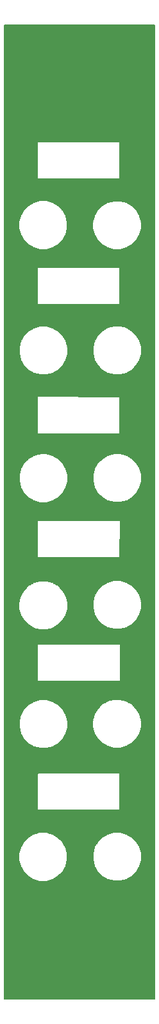
<source format=gtl>
G75*
%MOIN*%
%OFA0B0*%
%FSLAX25Y25*%
%IPPOS*%
%LPD*%
%AMOC8*
5,1,8,0,0,1.08239X$1,22.5*
%
%ADD10C,0.00600*%
D10*
X0002895Y0002233D02*
X0002895Y0506345D01*
X0081102Y0506345D01*
X0081102Y0002233D01*
X0002895Y0002233D01*
X0002895Y0002533D02*
X0081102Y0002533D01*
X0081102Y0003132D02*
X0002895Y0003132D01*
X0002895Y0003730D02*
X0081102Y0003730D01*
X0081102Y0004329D02*
X0002895Y0004329D01*
X0002895Y0004928D02*
X0081102Y0004928D01*
X0081102Y0005526D02*
X0002895Y0005526D01*
X0002895Y0006125D02*
X0081102Y0006125D01*
X0081102Y0006723D02*
X0002895Y0006723D01*
X0002895Y0007322D02*
X0081102Y0007322D01*
X0081102Y0007920D02*
X0002895Y0007920D01*
X0002895Y0008519D02*
X0081102Y0008519D01*
X0081102Y0009117D02*
X0002895Y0009117D01*
X0002895Y0009716D02*
X0081102Y0009716D01*
X0081102Y0010314D02*
X0002895Y0010314D01*
X0002895Y0010913D02*
X0081102Y0010913D01*
X0081102Y0011511D02*
X0002895Y0011511D01*
X0002895Y0012110D02*
X0081102Y0012110D01*
X0081102Y0012708D02*
X0002895Y0012708D01*
X0002895Y0013307D02*
X0081102Y0013307D01*
X0081102Y0013905D02*
X0002895Y0013905D01*
X0002895Y0014504D02*
X0081102Y0014504D01*
X0081102Y0015102D02*
X0002895Y0015102D01*
X0002895Y0015701D02*
X0081102Y0015701D01*
X0081102Y0016299D02*
X0002895Y0016299D01*
X0002895Y0016898D02*
X0081102Y0016898D01*
X0081102Y0017496D02*
X0002895Y0017496D01*
X0002895Y0018095D02*
X0081102Y0018095D01*
X0081102Y0018693D02*
X0002895Y0018693D01*
X0002895Y0019292D02*
X0081102Y0019292D01*
X0081102Y0019890D02*
X0002895Y0019890D01*
X0002895Y0020489D02*
X0081102Y0020489D01*
X0081102Y0021087D02*
X0002895Y0021087D01*
X0002895Y0021686D02*
X0081102Y0021686D01*
X0081102Y0022284D02*
X0002895Y0022284D01*
X0002895Y0022883D02*
X0081102Y0022883D01*
X0081102Y0023481D02*
X0002895Y0023481D01*
X0002895Y0024080D02*
X0081102Y0024080D01*
X0081102Y0024678D02*
X0002895Y0024678D01*
X0002895Y0025277D02*
X0081102Y0025277D01*
X0081102Y0025875D02*
X0002895Y0025875D01*
X0002895Y0026474D02*
X0081102Y0026474D01*
X0081102Y0027072D02*
X0002895Y0027072D01*
X0002895Y0027671D02*
X0081102Y0027671D01*
X0081102Y0028269D02*
X0002895Y0028269D01*
X0002895Y0028868D02*
X0081102Y0028868D01*
X0081102Y0029466D02*
X0002895Y0029466D01*
X0002895Y0030065D02*
X0081102Y0030065D01*
X0081102Y0030664D02*
X0002895Y0030664D01*
X0002895Y0031262D02*
X0081102Y0031262D01*
X0081102Y0031861D02*
X0002895Y0031861D01*
X0002895Y0032459D02*
X0081102Y0032459D01*
X0081102Y0033058D02*
X0002895Y0033058D01*
X0002895Y0033656D02*
X0081102Y0033656D01*
X0081102Y0034255D02*
X0002895Y0034255D01*
X0002895Y0034853D02*
X0081102Y0034853D01*
X0081102Y0035452D02*
X0002895Y0035452D01*
X0002895Y0036050D02*
X0081102Y0036050D01*
X0081102Y0036649D02*
X0002895Y0036649D01*
X0002895Y0037247D02*
X0081102Y0037247D01*
X0081102Y0037846D02*
X0002895Y0037846D01*
X0002895Y0038444D02*
X0081102Y0038444D01*
X0081102Y0039043D02*
X0002895Y0039043D01*
X0002895Y0039641D02*
X0081102Y0039641D01*
X0081102Y0040240D02*
X0002895Y0040240D01*
X0002895Y0040838D02*
X0081102Y0040838D01*
X0081102Y0041437D02*
X0002895Y0041437D01*
X0002895Y0042035D02*
X0081102Y0042035D01*
X0081102Y0042634D02*
X0002895Y0042634D01*
X0002895Y0043232D02*
X0081102Y0043232D01*
X0081102Y0043831D02*
X0002895Y0043831D01*
X0002895Y0044429D02*
X0081102Y0044429D01*
X0081102Y0045028D02*
X0002895Y0045028D01*
X0002895Y0045626D02*
X0081102Y0045626D01*
X0081102Y0046225D02*
X0002895Y0046225D01*
X0002895Y0046823D02*
X0081102Y0046823D01*
X0081102Y0047422D02*
X0002895Y0047422D01*
X0002895Y0048020D02*
X0081102Y0048020D01*
X0081102Y0048619D02*
X0002895Y0048619D01*
X0002895Y0049217D02*
X0081102Y0049217D01*
X0081102Y0049816D02*
X0002895Y0049816D01*
X0002895Y0050414D02*
X0081102Y0050414D01*
X0081102Y0051013D02*
X0002895Y0051013D01*
X0002895Y0051611D02*
X0081102Y0051611D01*
X0081102Y0052210D02*
X0002895Y0052210D01*
X0002895Y0052808D02*
X0081102Y0052808D01*
X0081102Y0053407D02*
X0002895Y0053407D01*
X0002895Y0054005D02*
X0081102Y0054005D01*
X0081102Y0054604D02*
X0002895Y0054604D01*
X0002895Y0055202D02*
X0081102Y0055202D01*
X0081102Y0055801D02*
X0002895Y0055801D01*
X0002895Y0056399D02*
X0081102Y0056399D01*
X0081102Y0056998D02*
X0002895Y0056998D01*
X0002895Y0057597D02*
X0081102Y0057597D01*
X0081102Y0058195D02*
X0002895Y0058195D01*
X0002895Y0058794D02*
X0081102Y0058794D01*
X0081102Y0059392D02*
X0002895Y0059392D01*
X0002895Y0059991D02*
X0081102Y0059991D01*
X0081102Y0060589D02*
X0002895Y0060589D01*
X0002895Y0061188D02*
X0081102Y0061188D01*
X0081102Y0061786D02*
X0002895Y0061786D01*
X0002895Y0062385D02*
X0081102Y0062385D01*
X0081102Y0062983D02*
X0002895Y0062983D01*
X0002895Y0063582D02*
X0019625Y0063582D01*
X0018080Y0063995D02*
X0021312Y0063129D01*
X0024658Y0063129D01*
X0027890Y0063995D01*
X0030788Y0065668D01*
X0033154Y0068034D01*
X0034827Y0070932D01*
X0035693Y0074164D01*
X0035693Y0077510D01*
X0034827Y0080742D01*
X0033154Y0083640D01*
X0030788Y0086006D01*
X0027890Y0087679D01*
X0024658Y0088545D01*
X0021312Y0088545D01*
X0018080Y0087679D01*
X0015183Y0086006D01*
X0012816Y0083640D01*
X0011143Y0080742D01*
X0010277Y0077510D01*
X0010277Y0074164D01*
X0011143Y0070932D01*
X0012816Y0068034D01*
X0015183Y0065668D01*
X0018080Y0063995D01*
X0017760Y0064180D02*
X0002895Y0064180D01*
X0002895Y0064779D02*
X0016724Y0064779D01*
X0015687Y0065377D02*
X0002895Y0065377D01*
X0002895Y0065976D02*
X0014875Y0065976D01*
X0014277Y0066574D02*
X0002895Y0066574D01*
X0002895Y0067173D02*
X0013678Y0067173D01*
X0013080Y0067771D02*
X0002895Y0067771D01*
X0002895Y0068370D02*
X0012623Y0068370D01*
X0012277Y0068968D02*
X0002895Y0068968D01*
X0002895Y0069567D02*
X0011932Y0069567D01*
X0011586Y0070165D02*
X0002895Y0070165D01*
X0002895Y0070764D02*
X0011241Y0070764D01*
X0011028Y0071362D02*
X0002895Y0071362D01*
X0002895Y0071961D02*
X0010868Y0071961D01*
X0010707Y0072559D02*
X0002895Y0072559D01*
X0002895Y0073158D02*
X0010547Y0073158D01*
X0010387Y0073756D02*
X0002895Y0073756D01*
X0002895Y0074355D02*
X0010277Y0074355D01*
X0010277Y0074953D02*
X0002895Y0074953D01*
X0002895Y0075552D02*
X0010277Y0075552D01*
X0010277Y0076150D02*
X0002895Y0076150D01*
X0002895Y0076749D02*
X0010277Y0076749D01*
X0010277Y0077347D02*
X0002895Y0077347D01*
X0002895Y0077946D02*
X0010394Y0077946D01*
X0010555Y0078544D02*
X0002895Y0078544D01*
X0002895Y0079143D02*
X0010715Y0079143D01*
X0010875Y0079741D02*
X0002895Y0079741D01*
X0002895Y0080340D02*
X0011036Y0080340D01*
X0011257Y0080938D02*
X0002895Y0080938D01*
X0002895Y0081537D02*
X0011602Y0081537D01*
X0011948Y0082135D02*
X0002895Y0082135D01*
X0002895Y0082734D02*
X0012293Y0082734D01*
X0012639Y0083333D02*
X0002895Y0083333D01*
X0002895Y0083931D02*
X0013107Y0083931D01*
X0013706Y0084530D02*
X0002895Y0084530D01*
X0002895Y0085128D02*
X0014304Y0085128D01*
X0014903Y0085727D02*
X0002895Y0085727D01*
X0002895Y0086325D02*
X0015735Y0086325D01*
X0016772Y0086924D02*
X0002895Y0086924D01*
X0002895Y0087522D02*
X0017808Y0087522D01*
X0019728Y0088121D02*
X0002895Y0088121D01*
X0002895Y0088719D02*
X0081102Y0088719D01*
X0081102Y0088121D02*
X0065068Y0088121D01*
X0066440Y0087753D02*
X0063208Y0088619D01*
X0059862Y0088619D01*
X0056630Y0087753D01*
X0053732Y0086080D01*
X0051366Y0083714D01*
X0049693Y0080816D01*
X0048827Y0077584D01*
X0048827Y0074238D01*
X0049693Y0071006D01*
X0051366Y0068108D01*
X0053732Y0065742D01*
X0056630Y0064069D01*
X0059862Y0063203D01*
X0063208Y0063203D01*
X0066440Y0064069D01*
X0069338Y0065742D01*
X0071704Y0068108D01*
X0073377Y0071006D01*
X0074243Y0074238D01*
X0074243Y0077584D01*
X0073377Y0080816D01*
X0071704Y0083714D01*
X0069338Y0086080D01*
X0066440Y0087753D01*
X0066840Y0087522D02*
X0081102Y0087522D01*
X0081102Y0086924D02*
X0067877Y0086924D01*
X0068913Y0086325D02*
X0081102Y0086325D01*
X0081102Y0085727D02*
X0069691Y0085727D01*
X0070290Y0085128D02*
X0081102Y0085128D01*
X0081102Y0084530D02*
X0070888Y0084530D01*
X0071487Y0083931D02*
X0081102Y0083931D01*
X0081102Y0083333D02*
X0071924Y0083333D01*
X0072270Y0082734D02*
X0081102Y0082734D01*
X0081102Y0082135D02*
X0072615Y0082135D01*
X0072961Y0081537D02*
X0081102Y0081537D01*
X0081102Y0080938D02*
X0073306Y0080938D01*
X0073505Y0080340D02*
X0081102Y0080340D01*
X0081102Y0079741D02*
X0073665Y0079741D01*
X0073825Y0079143D02*
X0081102Y0079143D01*
X0081102Y0078544D02*
X0073986Y0078544D01*
X0074146Y0077946D02*
X0081102Y0077946D01*
X0081102Y0077347D02*
X0074243Y0077347D01*
X0074243Y0076749D02*
X0081102Y0076749D01*
X0081102Y0076150D02*
X0074243Y0076150D01*
X0074243Y0075552D02*
X0081102Y0075552D01*
X0081102Y0074953D02*
X0074243Y0074953D01*
X0074243Y0074355D02*
X0081102Y0074355D01*
X0081102Y0073756D02*
X0074114Y0073756D01*
X0073954Y0073158D02*
X0081102Y0073158D01*
X0081102Y0072559D02*
X0073793Y0072559D01*
X0073633Y0071961D02*
X0081102Y0071961D01*
X0081102Y0071362D02*
X0073472Y0071362D01*
X0073237Y0070764D02*
X0081102Y0070764D01*
X0081102Y0070165D02*
X0072892Y0070165D01*
X0072546Y0069567D02*
X0081102Y0069567D01*
X0081102Y0068968D02*
X0072200Y0068968D01*
X0071855Y0068370D02*
X0081102Y0068370D01*
X0081102Y0067771D02*
X0071367Y0067771D01*
X0070768Y0067173D02*
X0081102Y0067173D01*
X0081102Y0066574D02*
X0070170Y0066574D01*
X0069571Y0065976D02*
X0081102Y0065976D01*
X0081102Y0065377D02*
X0068706Y0065377D01*
X0067669Y0064779D02*
X0081102Y0064779D01*
X0081102Y0064180D02*
X0066632Y0064180D01*
X0064621Y0063582D02*
X0081102Y0063582D01*
X0081102Y0089318D02*
X0002895Y0089318D01*
X0002895Y0089916D02*
X0081102Y0089916D01*
X0081102Y0090515D02*
X0002895Y0090515D01*
X0002895Y0091113D02*
X0081102Y0091113D01*
X0081102Y0091712D02*
X0002895Y0091712D01*
X0002895Y0092310D02*
X0081102Y0092310D01*
X0081102Y0092909D02*
X0002895Y0092909D01*
X0002895Y0093507D02*
X0081102Y0093507D01*
X0081102Y0094106D02*
X0002895Y0094106D01*
X0002895Y0094704D02*
X0081102Y0094704D01*
X0081102Y0095303D02*
X0002895Y0095303D01*
X0002895Y0095901D02*
X0081102Y0095901D01*
X0081102Y0096500D02*
X0002895Y0096500D01*
X0002895Y0097098D02*
X0081102Y0097098D01*
X0081102Y0097697D02*
X0002895Y0097697D01*
X0002895Y0098295D02*
X0081102Y0098295D01*
X0081102Y0098894D02*
X0002895Y0098894D01*
X0002895Y0099492D02*
X0081102Y0099492D01*
X0081102Y0100091D02*
X0062936Y0100091D01*
X0062992Y0100147D02*
X0062992Y0100148D01*
X0062993Y0100148D01*
X0062992Y0100332D01*
X0062992Y0100520D01*
X0062955Y0118730D01*
X0062955Y0118914D01*
X0062955Y0118915D01*
X0062824Y0119045D01*
X0062692Y0119177D01*
X0062691Y0119177D01*
X0062691Y0119178D01*
X0062503Y0119177D01*
X0020694Y0119196D01*
X0020694Y0119196D01*
X0020510Y0119196D01*
X0020322Y0119196D01*
X0020322Y0119195D01*
X0020321Y0119195D01*
X0020191Y0119065D01*
X0020058Y0118932D01*
X0020058Y0118931D01*
X0020058Y0118747D01*
X0020058Y0118560D01*
X0020059Y0118559D01*
X0020095Y0100349D01*
X0020095Y0100166D01*
X0020096Y0100165D01*
X0020096Y0100165D01*
X0020226Y0100034D01*
X0020359Y0099902D01*
X0020360Y0099902D01*
X0020548Y0099902D01*
X0062356Y0099884D01*
X0062357Y0099883D01*
X0062541Y0099883D01*
X0062728Y0099883D01*
X0062729Y0099884D01*
X0062730Y0099884D01*
X0062860Y0100015D01*
X0062992Y0100147D01*
X0062992Y0100520D02*
X0062992Y0100520D01*
X0062992Y0100689D02*
X0081102Y0100689D01*
X0081102Y0101288D02*
X0062990Y0101288D01*
X0062989Y0101886D02*
X0081102Y0101886D01*
X0081102Y0102485D02*
X0062988Y0102485D01*
X0062987Y0103083D02*
X0081102Y0103083D01*
X0081102Y0103682D02*
X0062986Y0103682D01*
X0062984Y0104280D02*
X0081102Y0104280D01*
X0081102Y0104879D02*
X0062983Y0104879D01*
X0062982Y0105477D02*
X0081102Y0105477D01*
X0081102Y0106076D02*
X0062981Y0106076D01*
X0062980Y0106674D02*
X0081102Y0106674D01*
X0081102Y0107273D02*
X0062978Y0107273D01*
X0062977Y0107871D02*
X0081102Y0107871D01*
X0081102Y0108470D02*
X0062976Y0108470D01*
X0062975Y0109068D02*
X0081102Y0109068D01*
X0081102Y0109667D02*
X0062974Y0109667D01*
X0062972Y0110266D02*
X0081102Y0110266D01*
X0081102Y0110864D02*
X0062971Y0110864D01*
X0062970Y0111463D02*
X0081102Y0111463D01*
X0081102Y0112061D02*
X0062969Y0112061D01*
X0062968Y0112660D02*
X0081102Y0112660D01*
X0081102Y0113258D02*
X0062966Y0113258D01*
X0062965Y0113857D02*
X0081102Y0113857D01*
X0081102Y0114455D02*
X0062964Y0114455D01*
X0062963Y0115054D02*
X0081102Y0115054D01*
X0081102Y0115652D02*
X0062962Y0115652D01*
X0062960Y0116251D02*
X0081102Y0116251D01*
X0081102Y0116849D02*
X0062959Y0116849D01*
X0062958Y0117448D02*
X0081102Y0117448D01*
X0081102Y0118046D02*
X0062957Y0118046D01*
X0062955Y0118645D02*
X0081102Y0118645D01*
X0081102Y0119243D02*
X0002895Y0119243D01*
X0002895Y0118645D02*
X0020058Y0118645D01*
X0020058Y0118932D02*
X0020058Y0118932D01*
X0020060Y0118046D02*
X0002895Y0118046D01*
X0002895Y0117448D02*
X0020061Y0117448D01*
X0020062Y0116849D02*
X0002895Y0116849D01*
X0002895Y0116251D02*
X0020063Y0116251D01*
X0020065Y0115652D02*
X0002895Y0115652D01*
X0002895Y0115054D02*
X0020066Y0115054D01*
X0020067Y0114455D02*
X0002895Y0114455D01*
X0002895Y0113857D02*
X0020068Y0113857D01*
X0020069Y0113258D02*
X0002895Y0113258D01*
X0002895Y0112660D02*
X0020071Y0112660D01*
X0020072Y0112061D02*
X0002895Y0112061D01*
X0002895Y0111463D02*
X0020073Y0111463D01*
X0020074Y0110864D02*
X0002895Y0110864D01*
X0002895Y0110266D02*
X0020075Y0110266D01*
X0020077Y0109667D02*
X0002895Y0109667D01*
X0002895Y0109068D02*
X0020078Y0109068D01*
X0020079Y0108470D02*
X0002895Y0108470D01*
X0002895Y0107871D02*
X0020080Y0107871D01*
X0020081Y0107273D02*
X0002895Y0107273D01*
X0002895Y0106674D02*
X0020083Y0106674D01*
X0020084Y0106076D02*
X0002895Y0106076D01*
X0002895Y0105477D02*
X0020085Y0105477D01*
X0020086Y0104879D02*
X0002895Y0104879D01*
X0002895Y0104280D02*
X0020087Y0104280D01*
X0020089Y0103682D02*
X0002895Y0103682D01*
X0002895Y0103083D02*
X0020090Y0103083D01*
X0020091Y0102485D02*
X0002895Y0102485D01*
X0002895Y0101886D02*
X0020092Y0101886D01*
X0020093Y0101288D02*
X0002895Y0101288D01*
X0002895Y0100689D02*
X0020095Y0100689D01*
X0020170Y0100091D02*
X0002895Y0100091D01*
X0002895Y0119842D02*
X0081102Y0119842D01*
X0081102Y0120440D02*
X0002895Y0120440D01*
X0002895Y0121039D02*
X0081102Y0121039D01*
X0081102Y0121637D02*
X0002895Y0121637D01*
X0002895Y0122236D02*
X0081102Y0122236D01*
X0081102Y0122834D02*
X0002895Y0122834D01*
X0002895Y0123433D02*
X0081102Y0123433D01*
X0081102Y0124031D02*
X0002895Y0124031D01*
X0002895Y0124630D02*
X0081102Y0124630D01*
X0081102Y0125228D02*
X0002895Y0125228D01*
X0002895Y0125827D02*
X0081102Y0125827D01*
X0081102Y0126425D02*
X0002895Y0126425D01*
X0002895Y0127024D02*
X0081102Y0127024D01*
X0081102Y0127622D02*
X0002895Y0127622D01*
X0002895Y0128221D02*
X0081102Y0128221D01*
X0081102Y0128819D02*
X0002895Y0128819D01*
X0002895Y0129418D02*
X0081102Y0129418D01*
X0081102Y0130016D02*
X0002895Y0130016D01*
X0002895Y0130615D02*
X0081102Y0130615D01*
X0081102Y0131213D02*
X0002895Y0131213D01*
X0002895Y0131812D02*
X0081102Y0131812D01*
X0081102Y0132410D02*
X0064761Y0132410D01*
X0066330Y0132831D02*
X0069228Y0134504D01*
X0071594Y0136870D01*
X0073267Y0139768D01*
X0074133Y0143000D01*
X0074133Y0146346D01*
X0073267Y0149578D01*
X0071594Y0152475D01*
X0069228Y0154841D01*
X0066330Y0156514D01*
X0063098Y0157381D01*
X0059752Y0157381D01*
X0056520Y0156514D01*
X0053622Y0154841D01*
X0051256Y0152475D01*
X0049583Y0149578D01*
X0048717Y0146346D01*
X0048717Y0143000D01*
X0049583Y0139768D01*
X0051256Y0136870D01*
X0053622Y0134504D01*
X0056520Y0132831D01*
X0059752Y0131965D01*
X0063098Y0131965D01*
X0066330Y0132831D01*
X0066638Y0133009D02*
X0081102Y0133009D01*
X0081102Y0133607D02*
X0067675Y0133607D01*
X0068712Y0134206D02*
X0081102Y0134206D01*
X0081102Y0134804D02*
X0069528Y0134804D01*
X0070127Y0135403D02*
X0081102Y0135403D01*
X0081102Y0136002D02*
X0070725Y0136002D01*
X0071324Y0136600D02*
X0081102Y0136600D01*
X0081102Y0137199D02*
X0071783Y0137199D01*
X0072129Y0137797D02*
X0081102Y0137797D01*
X0081102Y0138396D02*
X0072474Y0138396D01*
X0072820Y0138994D02*
X0081102Y0138994D01*
X0081102Y0139593D02*
X0073166Y0139593D01*
X0073380Y0140191D02*
X0081102Y0140191D01*
X0081102Y0140790D02*
X0073540Y0140790D01*
X0073701Y0141388D02*
X0081102Y0141388D01*
X0081102Y0141987D02*
X0073861Y0141987D01*
X0074022Y0142585D02*
X0081102Y0142585D01*
X0081102Y0143184D02*
X0074133Y0143184D01*
X0074133Y0143782D02*
X0081102Y0143782D01*
X0081102Y0144381D02*
X0074133Y0144381D01*
X0074133Y0144979D02*
X0081102Y0144979D01*
X0081102Y0145578D02*
X0074133Y0145578D01*
X0074133Y0146176D02*
X0081102Y0146176D01*
X0081102Y0146775D02*
X0074018Y0146775D01*
X0073857Y0147373D02*
X0081102Y0147373D01*
X0081102Y0147972D02*
X0073697Y0147972D01*
X0073537Y0148570D02*
X0081102Y0148570D01*
X0081102Y0149169D02*
X0073376Y0149169D01*
X0073157Y0149767D02*
X0081102Y0149767D01*
X0081102Y0150366D02*
X0072812Y0150366D01*
X0072466Y0150964D02*
X0081102Y0150964D01*
X0081102Y0151563D02*
X0072120Y0151563D01*
X0071775Y0152161D02*
X0081102Y0152161D01*
X0081102Y0152760D02*
X0071309Y0152760D01*
X0070711Y0153358D02*
X0081102Y0153358D01*
X0081102Y0153957D02*
X0070112Y0153957D01*
X0069514Y0154555D02*
X0081102Y0154555D01*
X0081102Y0155154D02*
X0068686Y0155154D01*
X0067650Y0155752D02*
X0081102Y0155752D01*
X0081102Y0156351D02*
X0066613Y0156351D01*
X0064707Y0156949D02*
X0081102Y0156949D01*
X0081102Y0157548D02*
X0002895Y0157548D01*
X0002895Y0158146D02*
X0081102Y0158146D01*
X0081102Y0158745D02*
X0002895Y0158745D01*
X0002895Y0159343D02*
X0081102Y0159343D01*
X0081102Y0159942D02*
X0002895Y0159942D01*
X0002895Y0160540D02*
X0081102Y0160540D01*
X0081102Y0161139D02*
X0002895Y0161139D01*
X0002895Y0161737D02*
X0081102Y0161737D01*
X0081102Y0162336D02*
X0002895Y0162336D01*
X0002895Y0162935D02*
X0081102Y0162935D01*
X0081102Y0163533D02*
X0002895Y0163533D01*
X0002895Y0164132D02*
X0081102Y0164132D01*
X0081102Y0164730D02*
X0002895Y0164730D01*
X0002895Y0165329D02*
X0081102Y0165329D01*
X0081102Y0165927D02*
X0002895Y0165927D01*
X0002895Y0166526D02*
X0081102Y0166526D01*
X0081102Y0167124D02*
X0063159Y0167124D01*
X0063159Y0166981D02*
X0063159Y0185727D01*
X0062895Y0185990D01*
X0020239Y0185990D01*
X0019976Y0185727D01*
X0019976Y0185300D01*
X0019944Y0185173D01*
X0019976Y0185120D01*
X0019976Y0185059D01*
X0020013Y0185022D01*
X0020013Y0167354D01*
X0020013Y0166981D01*
X0020276Y0166718D01*
X0062895Y0166718D01*
X0063159Y0166981D01*
X0063159Y0167723D02*
X0081102Y0167723D01*
X0081102Y0168321D02*
X0063159Y0168321D01*
X0063159Y0168920D02*
X0081102Y0168920D01*
X0081102Y0169518D02*
X0063159Y0169518D01*
X0063159Y0170117D02*
X0081102Y0170117D01*
X0081102Y0170715D02*
X0063159Y0170715D01*
X0063159Y0171314D02*
X0081102Y0171314D01*
X0081102Y0171912D02*
X0063159Y0171912D01*
X0063159Y0172511D02*
X0081102Y0172511D01*
X0081102Y0173109D02*
X0063159Y0173109D01*
X0063159Y0173708D02*
X0081102Y0173708D01*
X0081102Y0174306D02*
X0063159Y0174306D01*
X0063159Y0174905D02*
X0081102Y0174905D01*
X0081102Y0175503D02*
X0063159Y0175503D01*
X0063159Y0176102D02*
X0081102Y0176102D01*
X0081102Y0176700D02*
X0063159Y0176700D01*
X0063159Y0177299D02*
X0081102Y0177299D01*
X0081102Y0177897D02*
X0063159Y0177897D01*
X0063159Y0178496D02*
X0081102Y0178496D01*
X0081102Y0179094D02*
X0063159Y0179094D01*
X0063159Y0179693D02*
X0081102Y0179693D01*
X0081102Y0180291D02*
X0063159Y0180291D01*
X0063159Y0180890D02*
X0081102Y0180890D01*
X0081102Y0181488D02*
X0063159Y0181488D01*
X0063159Y0182087D02*
X0081102Y0182087D01*
X0081102Y0182685D02*
X0063159Y0182685D01*
X0063159Y0183284D02*
X0081102Y0183284D01*
X0081102Y0183882D02*
X0063159Y0183882D01*
X0063159Y0184481D02*
X0081102Y0184481D01*
X0081102Y0185079D02*
X0063159Y0185079D01*
X0063159Y0185678D02*
X0081102Y0185678D01*
X0081102Y0186276D02*
X0002895Y0186276D01*
X0002895Y0185678D02*
X0019976Y0185678D01*
X0019976Y0185079D02*
X0002895Y0185079D01*
X0002895Y0184481D02*
X0020013Y0184481D01*
X0020013Y0183882D02*
X0002895Y0183882D01*
X0002895Y0183284D02*
X0020013Y0183284D01*
X0020013Y0182685D02*
X0002895Y0182685D01*
X0002895Y0182087D02*
X0020013Y0182087D01*
X0020013Y0181488D02*
X0002895Y0181488D01*
X0002895Y0180890D02*
X0020013Y0180890D01*
X0020013Y0180291D02*
X0002895Y0180291D01*
X0002895Y0179693D02*
X0020013Y0179693D01*
X0020013Y0179094D02*
X0002895Y0179094D01*
X0002895Y0178496D02*
X0020013Y0178496D01*
X0020013Y0177897D02*
X0002895Y0177897D01*
X0002895Y0177299D02*
X0020013Y0177299D01*
X0020013Y0176700D02*
X0002895Y0176700D01*
X0002895Y0176102D02*
X0020013Y0176102D01*
X0020013Y0175503D02*
X0002895Y0175503D01*
X0002895Y0174905D02*
X0020013Y0174905D01*
X0020013Y0174306D02*
X0002895Y0174306D01*
X0002895Y0173708D02*
X0020013Y0173708D01*
X0020013Y0173109D02*
X0002895Y0173109D01*
X0002895Y0172511D02*
X0020013Y0172511D01*
X0020013Y0171912D02*
X0002895Y0171912D01*
X0002895Y0171314D02*
X0020013Y0171314D01*
X0020013Y0170715D02*
X0002895Y0170715D01*
X0002895Y0170117D02*
X0020013Y0170117D01*
X0020013Y0169518D02*
X0002895Y0169518D01*
X0002895Y0168920D02*
X0020013Y0168920D01*
X0020013Y0168321D02*
X0002895Y0168321D01*
X0002895Y0167723D02*
X0020013Y0167723D01*
X0020013Y0167124D02*
X0002895Y0167124D01*
X0002895Y0156949D02*
X0020299Y0156949D01*
X0021496Y0157270D02*
X0018264Y0156404D01*
X0015367Y0154731D01*
X0013001Y0152365D01*
X0011328Y0149467D01*
X0010462Y0146235D01*
X0010462Y0142889D01*
X0011328Y0139657D01*
X0013001Y0136760D01*
X0015367Y0134394D01*
X0018264Y0132721D01*
X0021496Y0131855D01*
X0024842Y0131855D01*
X0028074Y0132721D01*
X0030972Y0134394D01*
X0033338Y0136760D01*
X0035011Y0139657D01*
X0035877Y0142889D01*
X0035877Y0146235D01*
X0035011Y0149467D01*
X0033338Y0152365D01*
X0030972Y0154731D01*
X0028074Y0156404D01*
X0024842Y0157270D01*
X0021496Y0157270D01*
X0018172Y0156351D02*
X0002895Y0156351D01*
X0002895Y0155752D02*
X0017135Y0155752D01*
X0016099Y0155154D02*
X0002895Y0155154D01*
X0002895Y0154555D02*
X0015191Y0154555D01*
X0014592Y0153957D02*
X0002895Y0153957D01*
X0002895Y0153358D02*
X0013994Y0153358D01*
X0013395Y0152760D02*
X0002895Y0152760D01*
X0002895Y0152161D02*
X0012883Y0152161D01*
X0012537Y0151563D02*
X0002895Y0151563D01*
X0002895Y0150964D02*
X0012192Y0150964D01*
X0011846Y0150366D02*
X0002895Y0150366D01*
X0002895Y0149767D02*
X0011501Y0149767D01*
X0011248Y0149169D02*
X0002895Y0149169D01*
X0002895Y0148570D02*
X0011087Y0148570D01*
X0010927Y0147972D02*
X0002895Y0147972D01*
X0002895Y0147373D02*
X0010766Y0147373D01*
X0010606Y0146775D02*
X0002895Y0146775D01*
X0002895Y0146176D02*
X0010462Y0146176D01*
X0010462Y0145578D02*
X0002895Y0145578D01*
X0002895Y0144979D02*
X0010462Y0144979D01*
X0010462Y0144381D02*
X0002895Y0144381D01*
X0002895Y0143782D02*
X0010462Y0143782D01*
X0010462Y0143184D02*
X0002895Y0143184D01*
X0002895Y0142585D02*
X0010543Y0142585D01*
X0010703Y0141987D02*
X0002895Y0141987D01*
X0002895Y0141388D02*
X0010864Y0141388D01*
X0011024Y0140790D02*
X0002895Y0140790D01*
X0002895Y0140191D02*
X0011185Y0140191D01*
X0011365Y0139593D02*
X0002895Y0139593D01*
X0002895Y0138994D02*
X0011710Y0138994D01*
X0012056Y0138396D02*
X0002895Y0138396D01*
X0002895Y0137797D02*
X0012402Y0137797D01*
X0012747Y0137199D02*
X0002895Y0137199D01*
X0002895Y0136600D02*
X0013160Y0136600D01*
X0013759Y0136002D02*
X0002895Y0136002D01*
X0002895Y0135403D02*
X0014357Y0135403D01*
X0014956Y0134804D02*
X0002895Y0134804D01*
X0002895Y0134206D02*
X0015691Y0134206D01*
X0016728Y0133607D02*
X0002895Y0133607D01*
X0002895Y0133009D02*
X0017765Y0133009D01*
X0019422Y0132410D02*
X0002895Y0132410D01*
X0002895Y0186875D02*
X0081102Y0186875D01*
X0081102Y0187473D02*
X0002895Y0187473D01*
X0002895Y0188072D02*
X0081102Y0188072D01*
X0081102Y0188670D02*
X0002895Y0188670D01*
X0002895Y0189269D02*
X0081102Y0189269D01*
X0081102Y0189868D02*
X0002895Y0189868D01*
X0002895Y0190466D02*
X0081102Y0190466D01*
X0081102Y0191065D02*
X0002895Y0191065D01*
X0002895Y0191663D02*
X0081102Y0191663D01*
X0081102Y0192262D02*
X0002895Y0192262D01*
X0002895Y0192860D02*
X0081102Y0192860D01*
X0081102Y0193459D02*
X0025488Y0193459D01*
X0024799Y0193274D02*
X0028031Y0194140D01*
X0030929Y0195813D01*
X0033295Y0198179D01*
X0034968Y0201077D01*
X0035834Y0204309D01*
X0035834Y0207655D01*
X0034968Y0210887D01*
X0033295Y0213785D01*
X0030929Y0216151D01*
X0028031Y0217824D01*
X0024799Y0218690D01*
X0021453Y0218690D01*
X0018221Y0217824D01*
X0015323Y0216151D01*
X0012957Y0213785D01*
X0011284Y0210887D01*
X0010418Y0207655D01*
X0010418Y0204309D01*
X0011284Y0201077D01*
X0012957Y0198179D01*
X0015323Y0195813D01*
X0018221Y0194140D01*
X0021453Y0193274D01*
X0024799Y0193274D01*
X0027721Y0194057D02*
X0057982Y0194057D01*
X0056630Y0194419D02*
X0059862Y0193553D01*
X0063208Y0193553D01*
X0066440Y0194419D01*
X0069338Y0196092D01*
X0071704Y0198458D01*
X0073377Y0201356D01*
X0074243Y0204588D01*
X0074243Y0207934D01*
X0073377Y0211166D01*
X0071704Y0214064D01*
X0069338Y0216430D01*
X0066440Y0218103D01*
X0063208Y0218969D01*
X0059862Y0218969D01*
X0056630Y0218103D01*
X0053732Y0216430D01*
X0051366Y0214064D01*
X0049693Y0211166D01*
X0048827Y0207934D01*
X0048827Y0204588D01*
X0049693Y0201356D01*
X0051366Y0198458D01*
X0053732Y0196092D01*
X0056630Y0194419D01*
X0056221Y0194656D02*
X0028924Y0194656D01*
X0029961Y0195254D02*
X0055184Y0195254D01*
X0054148Y0195853D02*
X0030968Y0195853D01*
X0031567Y0196451D02*
X0053374Y0196451D01*
X0052775Y0197050D02*
X0032165Y0197050D01*
X0032764Y0197648D02*
X0052177Y0197648D01*
X0051578Y0198247D02*
X0033334Y0198247D01*
X0033679Y0198845D02*
X0051143Y0198845D01*
X0050797Y0199444D02*
X0034025Y0199444D01*
X0034370Y0200042D02*
X0050452Y0200042D01*
X0050106Y0200641D02*
X0034716Y0200641D01*
X0035011Y0201239D02*
X0049761Y0201239D01*
X0049564Y0201838D02*
X0035172Y0201838D01*
X0035332Y0202436D02*
X0049404Y0202436D01*
X0049243Y0203035D02*
X0035492Y0203035D01*
X0035653Y0203633D02*
X0049083Y0203633D01*
X0048923Y0204232D02*
X0035813Y0204232D01*
X0035834Y0204830D02*
X0048827Y0204830D01*
X0048827Y0205429D02*
X0035834Y0205429D01*
X0035834Y0206027D02*
X0048827Y0206027D01*
X0048827Y0206626D02*
X0035834Y0206626D01*
X0035834Y0207224D02*
X0048827Y0207224D01*
X0048827Y0207823D02*
X0035789Y0207823D01*
X0035628Y0208421D02*
X0048958Y0208421D01*
X0049118Y0209020D02*
X0035468Y0209020D01*
X0035308Y0209618D02*
X0049278Y0209618D01*
X0049439Y0210217D02*
X0035147Y0210217D01*
X0034987Y0210815D02*
X0049599Y0210815D01*
X0049836Y0211414D02*
X0034664Y0211414D01*
X0034318Y0212012D02*
X0050182Y0212012D01*
X0050527Y0212611D02*
X0033972Y0212611D01*
X0033627Y0213209D02*
X0050873Y0213209D01*
X0051218Y0213808D02*
X0033272Y0213808D01*
X0032673Y0214406D02*
X0051709Y0214406D01*
X0052307Y0215005D02*
X0032074Y0215005D01*
X0031476Y0215604D02*
X0052906Y0215604D01*
X0053504Y0216202D02*
X0030840Y0216202D01*
X0029803Y0216801D02*
X0054374Y0216801D01*
X0055410Y0217399D02*
X0028767Y0217399D01*
X0027383Y0217998D02*
X0056447Y0217998D01*
X0058470Y0218596D02*
X0025149Y0218596D01*
X0021103Y0218596D02*
X0002895Y0218596D01*
X0002895Y0217998D02*
X0018869Y0217998D01*
X0017485Y0217399D02*
X0002895Y0217399D01*
X0002895Y0216801D02*
X0016448Y0216801D01*
X0015412Y0216202D02*
X0002895Y0216202D01*
X0002895Y0215604D02*
X0014776Y0215604D01*
X0014177Y0215005D02*
X0002895Y0215005D01*
X0002895Y0214406D02*
X0013579Y0214406D01*
X0012980Y0213808D02*
X0002895Y0213808D01*
X0002895Y0213209D02*
X0012625Y0213209D01*
X0012279Y0212611D02*
X0002895Y0212611D01*
X0002895Y0212012D02*
X0011934Y0212012D01*
X0011588Y0211414D02*
X0002895Y0211414D01*
X0002895Y0210815D02*
X0011265Y0210815D01*
X0011105Y0210217D02*
X0002895Y0210217D01*
X0002895Y0209618D02*
X0010944Y0209618D01*
X0010784Y0209020D02*
X0002895Y0209020D01*
X0002895Y0208421D02*
X0010623Y0208421D01*
X0010463Y0207823D02*
X0002895Y0207823D01*
X0002895Y0207224D02*
X0010418Y0207224D01*
X0010418Y0206626D02*
X0002895Y0206626D01*
X0002895Y0206027D02*
X0010418Y0206027D01*
X0010418Y0205429D02*
X0002895Y0205429D01*
X0002895Y0204830D02*
X0010418Y0204830D01*
X0010439Y0204232D02*
X0002895Y0204232D01*
X0002895Y0203633D02*
X0010599Y0203633D01*
X0010759Y0203035D02*
X0002895Y0203035D01*
X0002895Y0202436D02*
X0010920Y0202436D01*
X0011080Y0201838D02*
X0002895Y0201838D01*
X0002895Y0201239D02*
X0011241Y0201239D01*
X0011536Y0200641D02*
X0002895Y0200641D01*
X0002895Y0200042D02*
X0011881Y0200042D01*
X0012227Y0199444D02*
X0002895Y0199444D01*
X0002895Y0198845D02*
X0012573Y0198845D01*
X0012918Y0198247D02*
X0002895Y0198247D01*
X0002895Y0197648D02*
X0013488Y0197648D01*
X0014087Y0197050D02*
X0002895Y0197050D01*
X0002895Y0196451D02*
X0014685Y0196451D01*
X0015284Y0195853D02*
X0002895Y0195853D01*
X0002895Y0195254D02*
X0016291Y0195254D01*
X0017328Y0194656D02*
X0002895Y0194656D01*
X0002895Y0194057D02*
X0018531Y0194057D01*
X0020764Y0193459D02*
X0002895Y0193459D01*
X0002895Y0219195D02*
X0081102Y0219195D01*
X0081102Y0219793D02*
X0002895Y0219793D01*
X0002895Y0220392D02*
X0081102Y0220392D01*
X0081102Y0220990D02*
X0002895Y0220990D01*
X0002895Y0221589D02*
X0081102Y0221589D01*
X0081102Y0222187D02*
X0002895Y0222187D01*
X0002895Y0222786D02*
X0081102Y0222786D01*
X0081102Y0223384D02*
X0002895Y0223384D01*
X0002895Y0223983D02*
X0081102Y0223983D01*
X0081102Y0224581D02*
X0002895Y0224581D01*
X0002895Y0225180D02*
X0081102Y0225180D01*
X0081102Y0225778D02*
X0002895Y0225778D01*
X0002895Y0226377D02*
X0081102Y0226377D01*
X0081102Y0226975D02*
X0002895Y0226975D01*
X0002895Y0227574D02*
X0081102Y0227574D01*
X0081102Y0228172D02*
X0002895Y0228172D01*
X0002895Y0228771D02*
X0081102Y0228771D01*
X0081102Y0229369D02*
X0002895Y0229369D01*
X0002895Y0229968D02*
X0081102Y0229968D01*
X0081102Y0230566D02*
X0002895Y0230566D01*
X0002895Y0231165D02*
X0020013Y0231165D01*
X0020013Y0231212D02*
X0020012Y0231027D01*
X0020013Y0231027D01*
X0020013Y0231027D01*
X0020144Y0230895D01*
X0020275Y0230763D01*
X0020276Y0230763D01*
X0020462Y0230763D01*
X0020648Y0230763D01*
X0020648Y0230763D01*
X0062671Y0230763D01*
X0062857Y0230763D01*
X0062858Y0230763D01*
X0062989Y0230894D01*
X0063121Y0231026D01*
X0063122Y0231027D01*
X0063122Y0231210D01*
X0063158Y0249472D01*
X0063159Y0249473D01*
X0063159Y0249660D01*
X0063159Y0249845D01*
X0063159Y0249846D01*
X0063027Y0249977D01*
X0062896Y0250109D01*
X0062895Y0250109D01*
X0062710Y0250109D01*
X0062523Y0250109D01*
X0020500Y0250109D01*
X0020314Y0250109D01*
X0020313Y0250109D01*
X0020182Y0249978D01*
X0020050Y0249846D01*
X0020050Y0249846D01*
X0020050Y0249846D01*
X0020050Y0249662D01*
X0020013Y0231400D01*
X0020013Y0231399D01*
X0020013Y0231212D01*
X0020276Y0230763D02*
X0020276Y0230763D01*
X0020014Y0231763D02*
X0002895Y0231763D01*
X0002895Y0232362D02*
X0020015Y0232362D01*
X0020016Y0232960D02*
X0002895Y0232960D01*
X0002895Y0233559D02*
X0020017Y0233559D01*
X0020018Y0234157D02*
X0002895Y0234157D01*
X0002895Y0234756D02*
X0020020Y0234756D01*
X0020021Y0235354D02*
X0002895Y0235354D01*
X0002895Y0235953D02*
X0020022Y0235953D01*
X0020023Y0236551D02*
X0002895Y0236551D01*
X0002895Y0237150D02*
X0020024Y0237150D01*
X0020026Y0237748D02*
X0002895Y0237748D01*
X0002895Y0238347D02*
X0020027Y0238347D01*
X0020028Y0238945D02*
X0002895Y0238945D01*
X0002895Y0239544D02*
X0020029Y0239544D01*
X0020030Y0240142D02*
X0002895Y0240142D01*
X0002895Y0240741D02*
X0020032Y0240741D01*
X0020033Y0241339D02*
X0002895Y0241339D01*
X0002895Y0241938D02*
X0020034Y0241938D01*
X0020035Y0242537D02*
X0002895Y0242537D01*
X0002895Y0243135D02*
X0020036Y0243135D01*
X0020038Y0243734D02*
X0002895Y0243734D01*
X0002895Y0244332D02*
X0020039Y0244332D01*
X0020040Y0244931D02*
X0002895Y0244931D01*
X0002895Y0245529D02*
X0020041Y0245529D01*
X0020042Y0246128D02*
X0002895Y0246128D01*
X0002895Y0246726D02*
X0020044Y0246726D01*
X0020045Y0247325D02*
X0002895Y0247325D01*
X0002895Y0247923D02*
X0020046Y0247923D01*
X0020047Y0248522D02*
X0002895Y0248522D01*
X0002895Y0249120D02*
X0020048Y0249120D01*
X0020050Y0249719D02*
X0002895Y0249719D01*
X0002895Y0250317D02*
X0081102Y0250317D01*
X0081102Y0249719D02*
X0063159Y0249719D01*
X0063159Y0249845D02*
X0063159Y0249845D01*
X0062895Y0250109D02*
X0062895Y0250109D01*
X0062523Y0250109D02*
X0062523Y0250109D01*
X0063158Y0249120D02*
X0081102Y0249120D01*
X0081102Y0248522D02*
X0063156Y0248522D01*
X0063155Y0247923D02*
X0081102Y0247923D01*
X0081102Y0247325D02*
X0063154Y0247325D01*
X0063153Y0246726D02*
X0081102Y0246726D01*
X0081102Y0246128D02*
X0063152Y0246128D01*
X0063150Y0245529D02*
X0081102Y0245529D01*
X0081102Y0244931D02*
X0063149Y0244931D01*
X0063148Y0244332D02*
X0081102Y0244332D01*
X0081102Y0243734D02*
X0063147Y0243734D01*
X0063146Y0243135D02*
X0081102Y0243135D01*
X0081102Y0242537D02*
X0063144Y0242537D01*
X0063143Y0241938D02*
X0081102Y0241938D01*
X0081102Y0241339D02*
X0063142Y0241339D01*
X0063141Y0240741D02*
X0081102Y0240741D01*
X0081102Y0240142D02*
X0063140Y0240142D01*
X0063138Y0239544D02*
X0081102Y0239544D01*
X0081102Y0238945D02*
X0063137Y0238945D01*
X0063136Y0238347D02*
X0081102Y0238347D01*
X0081102Y0237748D02*
X0063135Y0237748D01*
X0063134Y0237150D02*
X0081102Y0237150D01*
X0081102Y0236551D02*
X0063132Y0236551D01*
X0063131Y0235953D02*
X0081102Y0235953D01*
X0081102Y0235354D02*
X0063130Y0235354D01*
X0063129Y0234756D02*
X0081102Y0234756D01*
X0081102Y0234157D02*
X0063128Y0234157D01*
X0063126Y0233559D02*
X0081102Y0233559D01*
X0081102Y0232960D02*
X0063125Y0232960D01*
X0063124Y0232362D02*
X0081102Y0232362D01*
X0081102Y0231763D02*
X0063123Y0231763D01*
X0063122Y0231165D02*
X0081102Y0231165D01*
X0081102Y0218596D02*
X0064600Y0218596D01*
X0066623Y0217998D02*
X0081102Y0217998D01*
X0081102Y0217399D02*
X0067660Y0217399D01*
X0068696Y0216801D02*
X0081102Y0216801D01*
X0081102Y0216202D02*
X0069566Y0216202D01*
X0070164Y0215604D02*
X0081102Y0215604D01*
X0081102Y0215005D02*
X0070763Y0215005D01*
X0071361Y0214406D02*
X0081102Y0214406D01*
X0081102Y0213808D02*
X0071852Y0213808D01*
X0072197Y0213209D02*
X0081102Y0213209D01*
X0081102Y0212611D02*
X0072543Y0212611D01*
X0072888Y0212012D02*
X0081102Y0212012D01*
X0081102Y0211414D02*
X0073234Y0211414D01*
X0073471Y0210815D02*
X0081102Y0210815D01*
X0081102Y0210217D02*
X0073631Y0210217D01*
X0073792Y0209618D02*
X0081102Y0209618D01*
X0081102Y0209020D02*
X0073952Y0209020D01*
X0074112Y0208421D02*
X0081102Y0208421D01*
X0081102Y0207823D02*
X0074243Y0207823D01*
X0074243Y0207224D02*
X0081102Y0207224D01*
X0081102Y0206626D02*
X0074243Y0206626D01*
X0074243Y0206027D02*
X0081102Y0206027D01*
X0081102Y0205429D02*
X0074243Y0205429D01*
X0074243Y0204830D02*
X0081102Y0204830D01*
X0081102Y0204232D02*
X0074147Y0204232D01*
X0073987Y0203633D02*
X0081102Y0203633D01*
X0081102Y0203035D02*
X0073827Y0203035D01*
X0073666Y0202436D02*
X0081102Y0202436D01*
X0081102Y0201838D02*
X0073506Y0201838D01*
X0073309Y0201239D02*
X0081102Y0201239D01*
X0081102Y0200641D02*
X0072964Y0200641D01*
X0072618Y0200042D02*
X0081102Y0200042D01*
X0081102Y0199444D02*
X0072273Y0199444D01*
X0071927Y0198845D02*
X0081102Y0198845D01*
X0081102Y0198247D02*
X0071492Y0198247D01*
X0070894Y0197648D02*
X0081102Y0197648D01*
X0081102Y0197050D02*
X0070295Y0197050D01*
X0069696Y0196451D02*
X0081102Y0196451D01*
X0081102Y0195853D02*
X0068922Y0195853D01*
X0067886Y0195254D02*
X0081102Y0195254D01*
X0081102Y0194656D02*
X0066849Y0194656D01*
X0065088Y0194057D02*
X0081102Y0194057D01*
X0081102Y0250916D02*
X0002895Y0250916D01*
X0002895Y0251514D02*
X0081102Y0251514D01*
X0081102Y0252113D02*
X0002895Y0252113D01*
X0002895Y0252711D02*
X0081102Y0252711D01*
X0081102Y0253310D02*
X0002895Y0253310D01*
X0002895Y0253908D02*
X0081102Y0253908D01*
X0081102Y0254507D02*
X0002895Y0254507D01*
X0002895Y0255105D02*
X0081102Y0255105D01*
X0081102Y0255704D02*
X0002895Y0255704D01*
X0002895Y0256302D02*
X0081102Y0256302D01*
X0081102Y0256901D02*
X0002895Y0256901D01*
X0002895Y0257499D02*
X0081102Y0257499D01*
X0081102Y0258098D02*
X0002895Y0258098D01*
X0002895Y0258696D02*
X0081102Y0258696D01*
X0081102Y0259295D02*
X0063544Y0259295D01*
X0063282Y0259224D02*
X0066514Y0260090D01*
X0069411Y0261763D01*
X0071777Y0264129D01*
X0073450Y0267027D01*
X0074316Y0270259D01*
X0074316Y0273605D01*
X0073450Y0276837D01*
X0071777Y0279735D01*
X0069411Y0282101D01*
X0066514Y0283774D01*
X0063282Y0284640D01*
X0059936Y0284640D01*
X0056704Y0283774D01*
X0053806Y0282101D01*
X0051440Y0279735D01*
X0049767Y0276837D01*
X0048901Y0273605D01*
X0048901Y0270259D01*
X0049767Y0267027D01*
X0051440Y0264129D01*
X0053806Y0261763D01*
X0056704Y0260090D01*
X0059936Y0259224D01*
X0063282Y0259224D01*
X0065778Y0259893D02*
X0081102Y0259893D01*
X0081102Y0260492D02*
X0067209Y0260492D01*
X0068246Y0261090D02*
X0081102Y0261090D01*
X0081102Y0261689D02*
X0069282Y0261689D01*
X0069935Y0262287D02*
X0081102Y0262287D01*
X0081102Y0262886D02*
X0070534Y0262886D01*
X0071132Y0263484D02*
X0081102Y0263484D01*
X0081102Y0264083D02*
X0071731Y0264083D01*
X0072096Y0264681D02*
X0081102Y0264681D01*
X0081102Y0265280D02*
X0072442Y0265280D01*
X0072787Y0265878D02*
X0081102Y0265878D01*
X0081102Y0266477D02*
X0073133Y0266477D01*
X0073463Y0267075D02*
X0081102Y0267075D01*
X0081102Y0267674D02*
X0073624Y0267674D01*
X0073784Y0268273D02*
X0081102Y0268273D01*
X0081102Y0268871D02*
X0073944Y0268871D01*
X0074105Y0269470D02*
X0081102Y0269470D01*
X0081102Y0270068D02*
X0074265Y0270068D01*
X0074316Y0270667D02*
X0081102Y0270667D01*
X0081102Y0271265D02*
X0074316Y0271265D01*
X0074316Y0271864D02*
X0081102Y0271864D01*
X0081102Y0272462D02*
X0074316Y0272462D01*
X0074316Y0273061D02*
X0081102Y0273061D01*
X0081102Y0273659D02*
X0074302Y0273659D01*
X0074142Y0274258D02*
X0081102Y0274258D01*
X0081102Y0274856D02*
X0073981Y0274856D01*
X0073821Y0275455D02*
X0081102Y0275455D01*
X0081102Y0276053D02*
X0073661Y0276053D01*
X0073500Y0276652D02*
X0081102Y0276652D01*
X0081102Y0277250D02*
X0073212Y0277250D01*
X0072867Y0277849D02*
X0081102Y0277849D01*
X0081102Y0278447D02*
X0072521Y0278447D01*
X0072175Y0279046D02*
X0081102Y0279046D01*
X0081102Y0279644D02*
X0071830Y0279644D01*
X0071270Y0280243D02*
X0081102Y0280243D01*
X0081102Y0280841D02*
X0070671Y0280841D01*
X0070073Y0281440D02*
X0081102Y0281440D01*
X0081102Y0282038D02*
X0069474Y0282038D01*
X0068484Y0282637D02*
X0081102Y0282637D01*
X0081102Y0283235D02*
X0067447Y0283235D01*
X0066291Y0283834D02*
X0081102Y0283834D01*
X0081102Y0284432D02*
X0064057Y0284432D01*
X0062691Y0294636D02*
X0062691Y0294636D01*
X0062691Y0294636D01*
X0062508Y0294636D01*
X0062319Y0294636D01*
X0062318Y0294637D01*
X0020382Y0294710D01*
X0020193Y0294710D01*
X0020193Y0294710D01*
X0020192Y0294710D01*
X0020063Y0294841D01*
X0019930Y0294974D01*
X0019930Y0294974D01*
X0019929Y0294974D01*
X0019930Y0295157D01*
X0019930Y0313515D01*
X0019929Y0313516D01*
X0019930Y0313699D01*
X0019930Y0313888D01*
X0019930Y0313888D01*
X0019930Y0313889D01*
X0020060Y0314019D01*
X0020193Y0314151D01*
X0020194Y0314151D01*
X0020194Y0314152D01*
X0020377Y0314151D01*
X0020566Y0314151D01*
X0020566Y0314151D01*
X0062503Y0314078D01*
X0062691Y0314078D01*
X0062692Y0314077D01*
X0062692Y0314077D01*
X0062822Y0313947D01*
X0062955Y0313814D01*
X0062955Y0313814D01*
X0062955Y0313813D01*
X0062955Y0313630D01*
X0062955Y0295272D01*
X0062955Y0295272D01*
X0062955Y0295089D01*
X0062955Y0294900D01*
X0062955Y0294900D01*
X0062955Y0294899D01*
X0062824Y0294769D01*
X0062691Y0294636D01*
X0062955Y0295206D02*
X0081102Y0295206D01*
X0081102Y0295804D02*
X0062955Y0295804D01*
X0062955Y0296403D02*
X0081102Y0296403D01*
X0081102Y0297001D02*
X0062955Y0297001D01*
X0062955Y0297600D02*
X0081102Y0297600D01*
X0081102Y0298198D02*
X0062955Y0298198D01*
X0062955Y0298797D02*
X0081102Y0298797D01*
X0081102Y0299395D02*
X0062955Y0299395D01*
X0062955Y0299994D02*
X0081102Y0299994D01*
X0081102Y0300592D02*
X0062955Y0300592D01*
X0062955Y0301191D02*
X0081102Y0301191D01*
X0081102Y0301789D02*
X0062955Y0301789D01*
X0062955Y0302388D02*
X0081102Y0302388D01*
X0081102Y0302986D02*
X0062955Y0302986D01*
X0062955Y0303585D02*
X0081102Y0303585D01*
X0081102Y0304183D02*
X0062955Y0304183D01*
X0062955Y0304782D02*
X0081102Y0304782D01*
X0081102Y0305380D02*
X0062955Y0305380D01*
X0062955Y0305979D02*
X0081102Y0305979D01*
X0081102Y0306577D02*
X0062955Y0306577D01*
X0062955Y0307176D02*
X0081102Y0307176D01*
X0081102Y0307774D02*
X0062955Y0307774D01*
X0062955Y0308373D02*
X0081102Y0308373D01*
X0081102Y0308971D02*
X0062955Y0308971D01*
X0062955Y0309570D02*
X0081102Y0309570D01*
X0081102Y0310168D02*
X0062955Y0310168D01*
X0062955Y0310767D02*
X0081102Y0310767D01*
X0081102Y0311365D02*
X0062955Y0311365D01*
X0062955Y0311964D02*
X0081102Y0311964D01*
X0081102Y0312562D02*
X0062955Y0312562D01*
X0062955Y0313161D02*
X0081102Y0313161D01*
X0081102Y0313759D02*
X0062955Y0313759D01*
X0063208Y0325264D02*
X0066440Y0326130D01*
X0069338Y0327803D01*
X0071704Y0330170D01*
X0073377Y0333067D01*
X0074243Y0336299D01*
X0074243Y0339645D01*
X0073377Y0342877D01*
X0071704Y0345775D01*
X0069338Y0348141D01*
X0066440Y0349814D01*
X0063208Y0350680D01*
X0059862Y0350680D01*
X0056630Y0349814D01*
X0053732Y0348141D01*
X0051366Y0345775D01*
X0049693Y0342877D01*
X0048827Y0339645D01*
X0048827Y0336299D01*
X0049693Y0333067D01*
X0051366Y0330170D01*
X0053732Y0327803D01*
X0056630Y0326130D01*
X0059862Y0325264D01*
X0063208Y0325264D01*
X0064944Y0325730D02*
X0081102Y0325730D01*
X0081102Y0326328D02*
X0066783Y0326328D01*
X0067819Y0326927D02*
X0081102Y0326927D01*
X0081102Y0327525D02*
X0068856Y0327525D01*
X0069658Y0328124D02*
X0081102Y0328124D01*
X0081102Y0328722D02*
X0070257Y0328722D01*
X0070855Y0329321D02*
X0081102Y0329321D01*
X0081102Y0329919D02*
X0071454Y0329919D01*
X0071905Y0330518D02*
X0081102Y0330518D01*
X0081102Y0331116D02*
X0072251Y0331116D01*
X0072596Y0331715D02*
X0081102Y0331715D01*
X0081102Y0332313D02*
X0072942Y0332313D01*
X0073287Y0332912D02*
X0081102Y0332912D01*
X0081102Y0333510D02*
X0073496Y0333510D01*
X0073656Y0334109D02*
X0081102Y0334109D01*
X0081102Y0334707D02*
X0073816Y0334707D01*
X0073977Y0335306D02*
X0081102Y0335306D01*
X0081102Y0335904D02*
X0074137Y0335904D01*
X0074243Y0336503D02*
X0081102Y0336503D01*
X0081102Y0337101D02*
X0074243Y0337101D01*
X0074243Y0337700D02*
X0081102Y0337700D01*
X0081102Y0338298D02*
X0074243Y0338298D01*
X0074243Y0338897D02*
X0081102Y0338897D01*
X0081102Y0339495D02*
X0074243Y0339495D01*
X0074123Y0340094D02*
X0081102Y0340094D01*
X0081102Y0340692D02*
X0073962Y0340692D01*
X0073802Y0341291D02*
X0081102Y0341291D01*
X0081102Y0341889D02*
X0073642Y0341889D01*
X0073481Y0342488D02*
X0081102Y0342488D01*
X0081102Y0343086D02*
X0073256Y0343086D01*
X0072911Y0343685D02*
X0081102Y0343685D01*
X0081102Y0344283D02*
X0072565Y0344283D01*
X0072220Y0344882D02*
X0081102Y0344882D01*
X0081102Y0345480D02*
X0071874Y0345480D01*
X0071400Y0346079D02*
X0081102Y0346079D01*
X0081102Y0346677D02*
X0070802Y0346677D01*
X0070203Y0347276D02*
X0081102Y0347276D01*
X0081102Y0347875D02*
X0069605Y0347875D01*
X0068763Y0348473D02*
X0081102Y0348473D01*
X0081102Y0349072D02*
X0067727Y0349072D01*
X0066690Y0349670D02*
X0081102Y0349670D01*
X0081102Y0350269D02*
X0064744Y0350269D01*
X0062654Y0361602D02*
X0062654Y0361602D01*
X0062655Y0361602D01*
X0062787Y0361735D01*
X0062918Y0361865D01*
X0062918Y0361866D01*
X0062918Y0362051D01*
X0062955Y0380481D01*
X0062955Y0380481D01*
X0062955Y0380667D01*
X0062955Y0380853D01*
X0062955Y0380853D01*
X0062955Y0380854D01*
X0062822Y0380986D01*
X0062692Y0381117D01*
X0062692Y0381117D01*
X0062691Y0381118D01*
X0062507Y0381117D01*
X0062319Y0381118D01*
X0062319Y0381117D01*
X0020416Y0381081D01*
X0020231Y0381081D01*
X0020231Y0381080D01*
X0020230Y0381080D01*
X0020098Y0380948D01*
X0019967Y0380818D01*
X0019967Y0380817D01*
X0019966Y0380817D01*
X0019967Y0380631D01*
X0019930Y0362202D01*
X0019929Y0362201D01*
X0019930Y0362016D01*
X0019929Y0361830D01*
X0019930Y0361829D01*
X0019930Y0361829D01*
X0020062Y0361696D01*
X0020192Y0361566D01*
X0020193Y0361566D01*
X0020194Y0361565D01*
X0020378Y0361565D01*
X0020565Y0361565D01*
X0020566Y0361566D01*
X0062469Y0361602D01*
X0062654Y0361602D01*
X0062693Y0361640D02*
X0081102Y0361640D01*
X0081102Y0361042D02*
X0002895Y0361042D01*
X0002895Y0361640D02*
X0020118Y0361640D01*
X0019930Y0362239D02*
X0002895Y0362239D01*
X0002895Y0362837D02*
X0019931Y0362837D01*
X0019932Y0363436D02*
X0002895Y0363436D01*
X0002895Y0364034D02*
X0019934Y0364034D01*
X0019935Y0364633D02*
X0002895Y0364633D01*
X0002895Y0365231D02*
X0019936Y0365231D01*
X0019937Y0365830D02*
X0002895Y0365830D01*
X0002895Y0366428D02*
X0019938Y0366428D01*
X0019940Y0367027D02*
X0002895Y0367027D01*
X0002895Y0367625D02*
X0019941Y0367625D01*
X0019942Y0368224D02*
X0002895Y0368224D01*
X0002895Y0368822D02*
X0019943Y0368822D01*
X0019944Y0369421D02*
X0002895Y0369421D01*
X0002895Y0370019D02*
X0019946Y0370019D01*
X0019947Y0370618D02*
X0002895Y0370618D01*
X0002895Y0371216D02*
X0019948Y0371216D01*
X0019949Y0371815D02*
X0002895Y0371815D01*
X0002895Y0372413D02*
X0019950Y0372413D01*
X0019951Y0373012D02*
X0002895Y0373012D01*
X0002895Y0373610D02*
X0019953Y0373610D01*
X0019954Y0374209D02*
X0002895Y0374209D01*
X0002895Y0374808D02*
X0019955Y0374808D01*
X0019956Y0375406D02*
X0002895Y0375406D01*
X0002895Y0376005D02*
X0019957Y0376005D01*
X0019959Y0376603D02*
X0002895Y0376603D01*
X0002895Y0377202D02*
X0019960Y0377202D01*
X0019961Y0377800D02*
X0002895Y0377800D01*
X0002895Y0378399D02*
X0019962Y0378399D01*
X0019963Y0378997D02*
X0002895Y0378997D01*
X0002895Y0379596D02*
X0019965Y0379596D01*
X0019966Y0380194D02*
X0002895Y0380194D01*
X0002895Y0380793D02*
X0019966Y0380793D01*
X0021386Y0390090D02*
X0018154Y0390956D01*
X0015256Y0392629D01*
X0012890Y0394995D01*
X0011217Y0397893D01*
X0010351Y0401125D01*
X0010351Y0404471D01*
X0011217Y0407703D01*
X0012890Y0410601D01*
X0015256Y0412967D01*
X0018154Y0414640D01*
X0021386Y0415506D01*
X0024732Y0415506D01*
X0027964Y0414640D01*
X0030862Y0412967D01*
X0033228Y0410601D01*
X0034901Y0407703D01*
X0035767Y0404471D01*
X0035767Y0401125D01*
X0034901Y0397893D01*
X0033228Y0394995D01*
X0030862Y0392629D01*
X0027964Y0390956D01*
X0024732Y0390090D01*
X0021386Y0390090D01*
X0020345Y0390369D02*
X0002895Y0390369D01*
X0002895Y0390967D02*
X0018134Y0390967D01*
X0017098Y0391566D02*
X0002895Y0391566D01*
X0002895Y0392164D02*
X0016061Y0392164D01*
X0015122Y0392763D02*
X0002895Y0392763D01*
X0002895Y0393361D02*
X0014524Y0393361D01*
X0013925Y0393960D02*
X0002895Y0393960D01*
X0002895Y0394558D02*
X0013327Y0394558D01*
X0012797Y0395157D02*
X0002895Y0395157D01*
X0002895Y0395755D02*
X0012451Y0395755D01*
X0012106Y0396354D02*
X0002895Y0396354D01*
X0002895Y0396952D02*
X0011760Y0396952D01*
X0011415Y0397551D02*
X0002895Y0397551D01*
X0002895Y0398149D02*
X0011148Y0398149D01*
X0010988Y0398748D02*
X0002895Y0398748D01*
X0002895Y0399346D02*
X0010828Y0399346D01*
X0010667Y0399945D02*
X0002895Y0399945D01*
X0002895Y0400544D02*
X0010507Y0400544D01*
X0010351Y0401142D02*
X0002895Y0401142D01*
X0002895Y0401741D02*
X0010351Y0401741D01*
X0010351Y0402339D02*
X0002895Y0402339D01*
X0002895Y0402938D02*
X0010351Y0402938D01*
X0010351Y0403536D02*
X0002895Y0403536D01*
X0002895Y0404135D02*
X0010351Y0404135D01*
X0010421Y0404733D02*
X0002895Y0404733D01*
X0002895Y0405332D02*
X0010582Y0405332D01*
X0010742Y0405930D02*
X0002895Y0405930D01*
X0002895Y0406529D02*
X0010902Y0406529D01*
X0011063Y0407127D02*
X0002895Y0407127D01*
X0002895Y0407726D02*
X0011230Y0407726D01*
X0011576Y0408324D02*
X0002895Y0408324D01*
X0002895Y0408923D02*
X0011921Y0408923D01*
X0012267Y0409521D02*
X0002895Y0409521D01*
X0002895Y0410120D02*
X0012612Y0410120D01*
X0013008Y0410718D02*
X0002895Y0410718D01*
X0002895Y0411317D02*
X0013606Y0411317D01*
X0014205Y0411915D02*
X0002895Y0411915D01*
X0002895Y0412514D02*
X0014803Y0412514D01*
X0015508Y0413112D02*
X0002895Y0413112D01*
X0002895Y0413711D02*
X0016545Y0413711D01*
X0017582Y0414309D02*
X0002895Y0414309D01*
X0002895Y0414908D02*
X0019154Y0414908D01*
X0020269Y0426562D02*
X0020451Y0426563D01*
X0062357Y0426636D01*
X0062544Y0426637D01*
X0062729Y0426637D01*
X0062729Y0426637D01*
X0062730Y0426637D01*
X0062861Y0426769D01*
X0062992Y0426901D01*
X0062992Y0426902D01*
X0062993Y0426902D01*
X0062992Y0427087D01*
X0062992Y0427274D01*
X0062991Y0427274D01*
X0062918Y0445591D01*
X0062918Y0445778D01*
X0062917Y0445779D01*
X0062917Y0445779D01*
X0062786Y0445910D01*
X0062654Y0446041D01*
X0062653Y0446041D01*
X0062653Y0446042D01*
X0062471Y0446041D01*
X0020565Y0445968D01*
X0020564Y0445968D01*
X0020378Y0445967D01*
X0020192Y0445967D01*
X0020191Y0445967D01*
X0020061Y0445835D01*
X0019929Y0445703D01*
X0019929Y0445702D01*
X0019930Y0445518D01*
X0019930Y0445330D01*
X0019930Y0445330D01*
X0020004Y0427013D01*
X0020004Y0426826D01*
X0020004Y0426825D01*
X0020136Y0426694D01*
X0020268Y0426563D01*
X0020268Y0426563D01*
X0020269Y0426562D01*
X0020004Y0426825D02*
X0020004Y0426825D01*
X0020004Y0426878D02*
X0002895Y0426878D01*
X0002895Y0427477D02*
X0020002Y0427477D01*
X0019999Y0428075D02*
X0002895Y0428075D01*
X0002895Y0428674D02*
X0019997Y0428674D01*
X0019994Y0429272D02*
X0002895Y0429272D01*
X0002895Y0429871D02*
X0019992Y0429871D01*
X0019990Y0430469D02*
X0002895Y0430469D01*
X0002895Y0431068D02*
X0019987Y0431068D01*
X0019985Y0431666D02*
X0002895Y0431666D01*
X0002895Y0432265D02*
X0019983Y0432265D01*
X0019980Y0432863D02*
X0002895Y0432863D01*
X0002895Y0433462D02*
X0019978Y0433462D01*
X0019975Y0434060D02*
X0002895Y0434060D01*
X0002895Y0434659D02*
X0019973Y0434659D01*
X0019971Y0435257D02*
X0002895Y0435257D01*
X0002895Y0435856D02*
X0019968Y0435856D01*
X0019966Y0436454D02*
X0002895Y0436454D01*
X0002895Y0437053D02*
X0019963Y0437053D01*
X0019961Y0437651D02*
X0002895Y0437651D01*
X0002895Y0438250D02*
X0019959Y0438250D01*
X0019956Y0438848D02*
X0002895Y0438848D01*
X0002895Y0439447D02*
X0019954Y0439447D01*
X0019951Y0440045D02*
X0002895Y0440045D01*
X0002895Y0440644D02*
X0019949Y0440644D01*
X0019947Y0441242D02*
X0002895Y0441242D01*
X0002895Y0441841D02*
X0019944Y0441841D01*
X0019942Y0442439D02*
X0002895Y0442439D01*
X0002895Y0443038D02*
X0019940Y0443038D01*
X0019937Y0443636D02*
X0002895Y0443636D01*
X0002895Y0444235D02*
X0019935Y0444235D01*
X0019932Y0444833D02*
X0002895Y0444833D01*
X0002895Y0445432D02*
X0019930Y0445432D01*
X0019929Y0445702D02*
X0019929Y0445702D01*
X0020192Y0445967D02*
X0020192Y0445967D01*
X0026964Y0414908D02*
X0057694Y0414908D01*
X0056557Y0414603D02*
X0053659Y0412930D01*
X0051293Y0410564D01*
X0049620Y0407666D01*
X0048754Y0404434D01*
X0048754Y0401088D01*
X0049620Y0397856D01*
X0051293Y0394958D01*
X0053659Y0392592D01*
X0056557Y0390919D01*
X0059789Y0390053D01*
X0063135Y0390053D01*
X0066367Y0390919D01*
X0069264Y0392592D01*
X0071630Y0394958D01*
X0073303Y0397856D01*
X0074169Y0401088D01*
X0074169Y0404434D01*
X0073303Y0407666D01*
X0071630Y0410564D01*
X0069264Y0412930D01*
X0066367Y0414603D01*
X0063135Y0415469D01*
X0059789Y0415469D01*
X0056557Y0414603D01*
X0056048Y0414309D02*
X0028536Y0414309D01*
X0029573Y0413711D02*
X0055011Y0413711D01*
X0053974Y0413112D02*
X0030610Y0413112D01*
X0031315Y0412514D02*
X0053242Y0412514D01*
X0052644Y0411915D02*
X0031913Y0411915D01*
X0032512Y0411317D02*
X0052045Y0411317D01*
X0051447Y0410718D02*
X0033110Y0410718D01*
X0033506Y0410120D02*
X0051036Y0410120D01*
X0050691Y0409521D02*
X0033851Y0409521D01*
X0034197Y0408923D02*
X0050345Y0408923D01*
X0050000Y0408324D02*
X0034542Y0408324D01*
X0034888Y0407726D02*
X0049654Y0407726D01*
X0049475Y0407127D02*
X0035055Y0407127D01*
X0035215Y0406529D02*
X0049315Y0406529D01*
X0049155Y0405930D02*
X0035376Y0405930D01*
X0035536Y0405332D02*
X0048994Y0405332D01*
X0048834Y0404733D02*
X0035697Y0404733D01*
X0035767Y0404135D02*
X0048754Y0404135D01*
X0048754Y0403536D02*
X0035767Y0403536D01*
X0035767Y0402938D02*
X0048754Y0402938D01*
X0048754Y0402339D02*
X0035767Y0402339D01*
X0035767Y0401741D02*
X0048754Y0401741D01*
X0048754Y0401142D02*
X0035767Y0401142D01*
X0035611Y0400544D02*
X0048900Y0400544D01*
X0049060Y0399945D02*
X0035451Y0399945D01*
X0035290Y0399346D02*
X0049220Y0399346D01*
X0049381Y0398748D02*
X0035130Y0398748D01*
X0034970Y0398149D02*
X0049541Y0398149D01*
X0049796Y0397551D02*
X0034703Y0397551D01*
X0034358Y0396952D02*
X0050142Y0396952D01*
X0050487Y0396354D02*
X0034012Y0396354D01*
X0033667Y0395755D02*
X0050833Y0395755D01*
X0051178Y0395157D02*
X0033321Y0395157D01*
X0032791Y0394558D02*
X0051693Y0394558D01*
X0052291Y0393960D02*
X0032193Y0393960D01*
X0031594Y0393361D02*
X0052890Y0393361D01*
X0053488Y0392763D02*
X0030996Y0392763D01*
X0030057Y0392164D02*
X0054400Y0392164D01*
X0055437Y0391566D02*
X0029020Y0391566D01*
X0027984Y0390967D02*
X0056474Y0390967D01*
X0058611Y0390369D02*
X0025772Y0390369D01*
X0024859Y0350617D02*
X0021513Y0350617D01*
X0018281Y0349751D01*
X0015383Y0348078D01*
X0013017Y0345712D01*
X0011344Y0342815D01*
X0010478Y0339583D01*
X0010478Y0336237D01*
X0011344Y0333005D01*
X0013017Y0330107D01*
X0015383Y0327741D01*
X0018281Y0326068D01*
X0021513Y0325202D01*
X0024859Y0325202D01*
X0028091Y0326068D01*
X0030988Y0327741D01*
X0033354Y0330107D01*
X0035027Y0333005D01*
X0035894Y0336237D01*
X0035894Y0339583D01*
X0035027Y0342815D01*
X0033354Y0345712D01*
X0030988Y0348078D01*
X0028091Y0349751D01*
X0024859Y0350617D01*
X0026161Y0350269D02*
X0058326Y0350269D01*
X0056380Y0349670D02*
X0028232Y0349670D01*
X0029268Y0349072D02*
X0055344Y0349072D01*
X0054307Y0348473D02*
X0030305Y0348473D01*
X0031192Y0347875D02*
X0053466Y0347875D01*
X0052867Y0347276D02*
X0031791Y0347276D01*
X0032389Y0346677D02*
X0052269Y0346677D01*
X0051670Y0346079D02*
X0032988Y0346079D01*
X0033488Y0345480D02*
X0051196Y0345480D01*
X0050851Y0344882D02*
X0033834Y0344882D01*
X0034180Y0344283D02*
X0050505Y0344283D01*
X0050160Y0343685D02*
X0034525Y0343685D01*
X0034871Y0343086D02*
X0049814Y0343086D01*
X0049589Y0342488D02*
X0035115Y0342488D01*
X0035275Y0341889D02*
X0049429Y0341889D01*
X0049268Y0341291D02*
X0035436Y0341291D01*
X0035596Y0340692D02*
X0049108Y0340692D01*
X0048947Y0340094D02*
X0035757Y0340094D01*
X0035894Y0339495D02*
X0048827Y0339495D01*
X0048827Y0338897D02*
X0035894Y0338897D01*
X0035894Y0338298D02*
X0048827Y0338298D01*
X0048827Y0337700D02*
X0035894Y0337700D01*
X0035894Y0337101D02*
X0048827Y0337101D01*
X0048827Y0336503D02*
X0035894Y0336503D01*
X0035804Y0335904D02*
X0048933Y0335904D01*
X0049093Y0335306D02*
X0035644Y0335306D01*
X0035484Y0334707D02*
X0049254Y0334707D01*
X0049414Y0334109D02*
X0035323Y0334109D01*
X0035163Y0333510D02*
X0049575Y0333510D01*
X0049783Y0332912D02*
X0034974Y0332912D01*
X0034628Y0332313D02*
X0050129Y0332313D01*
X0050474Y0331715D02*
X0034283Y0331715D01*
X0033937Y0331116D02*
X0050820Y0331116D01*
X0051165Y0330518D02*
X0033592Y0330518D01*
X0033167Y0329919D02*
X0051617Y0329919D01*
X0052215Y0329321D02*
X0032568Y0329321D01*
X0031970Y0328722D02*
X0052814Y0328722D01*
X0053412Y0328124D02*
X0031371Y0328124D01*
X0030615Y0327525D02*
X0054214Y0327525D01*
X0055251Y0326927D02*
X0029578Y0326927D01*
X0028542Y0326328D02*
X0056288Y0326328D01*
X0058126Y0325730D02*
X0026829Y0325730D01*
X0020210Y0350269D02*
X0002895Y0350269D01*
X0002895Y0350867D02*
X0081102Y0350867D01*
X0081102Y0351466D02*
X0002895Y0351466D01*
X0002895Y0352064D02*
X0081102Y0352064D01*
X0081102Y0352663D02*
X0002895Y0352663D01*
X0002895Y0353261D02*
X0081102Y0353261D01*
X0081102Y0353860D02*
X0002895Y0353860D01*
X0002895Y0354458D02*
X0081102Y0354458D01*
X0081102Y0355057D02*
X0002895Y0355057D01*
X0002895Y0355655D02*
X0081102Y0355655D01*
X0081102Y0356254D02*
X0002895Y0356254D01*
X0002895Y0356852D02*
X0081102Y0356852D01*
X0081102Y0357451D02*
X0002895Y0357451D01*
X0002895Y0358049D02*
X0081102Y0358049D01*
X0081102Y0358648D02*
X0002895Y0358648D01*
X0002895Y0359246D02*
X0081102Y0359246D01*
X0081102Y0359845D02*
X0002895Y0359845D01*
X0002895Y0360443D02*
X0081102Y0360443D01*
X0081102Y0362239D02*
X0062918Y0362239D01*
X0062918Y0361866D02*
X0062918Y0361866D01*
X0062920Y0362837D02*
X0081102Y0362837D01*
X0081102Y0363436D02*
X0062921Y0363436D01*
X0062922Y0364034D02*
X0081102Y0364034D01*
X0081102Y0364633D02*
X0062923Y0364633D01*
X0062924Y0365231D02*
X0081102Y0365231D01*
X0081102Y0365830D02*
X0062926Y0365830D01*
X0062927Y0366428D02*
X0081102Y0366428D01*
X0081102Y0367027D02*
X0062928Y0367027D01*
X0062929Y0367625D02*
X0081102Y0367625D01*
X0081102Y0368224D02*
X0062930Y0368224D01*
X0062931Y0368822D02*
X0081102Y0368822D01*
X0081102Y0369421D02*
X0062933Y0369421D01*
X0062934Y0370019D02*
X0081102Y0370019D01*
X0081102Y0370618D02*
X0062935Y0370618D01*
X0062936Y0371216D02*
X0081102Y0371216D01*
X0081102Y0371815D02*
X0062937Y0371815D01*
X0062939Y0372413D02*
X0081102Y0372413D01*
X0081102Y0373012D02*
X0062940Y0373012D01*
X0062941Y0373610D02*
X0081102Y0373610D01*
X0081102Y0374209D02*
X0062942Y0374209D01*
X0062943Y0374808D02*
X0081102Y0374808D01*
X0081102Y0375406D02*
X0062945Y0375406D01*
X0062946Y0376005D02*
X0081102Y0376005D01*
X0081102Y0376603D02*
X0062947Y0376603D01*
X0062948Y0377202D02*
X0081102Y0377202D01*
X0081102Y0377800D02*
X0062949Y0377800D01*
X0062950Y0378399D02*
X0081102Y0378399D01*
X0081102Y0378997D02*
X0062952Y0378997D01*
X0062953Y0379596D02*
X0081102Y0379596D01*
X0081102Y0380194D02*
X0062954Y0380194D01*
X0062955Y0380793D02*
X0081102Y0380793D01*
X0081102Y0381391D02*
X0002895Y0381391D01*
X0002895Y0381990D02*
X0081102Y0381990D01*
X0081102Y0382588D02*
X0002895Y0382588D01*
X0002895Y0383187D02*
X0081102Y0383187D01*
X0081102Y0383785D02*
X0002895Y0383785D01*
X0002895Y0384384D02*
X0081102Y0384384D01*
X0081102Y0384982D02*
X0002895Y0384982D01*
X0002895Y0385581D02*
X0081102Y0385581D01*
X0081102Y0386179D02*
X0002895Y0386179D01*
X0002895Y0386778D02*
X0081102Y0386778D01*
X0081102Y0387376D02*
X0002895Y0387376D01*
X0002895Y0387975D02*
X0081102Y0387975D01*
X0081102Y0388573D02*
X0002895Y0388573D01*
X0002895Y0389172D02*
X0081102Y0389172D01*
X0081102Y0389770D02*
X0002895Y0389770D01*
X0002895Y0415506D02*
X0081102Y0415506D01*
X0081102Y0414908D02*
X0065230Y0414908D01*
X0066876Y0414309D02*
X0081102Y0414309D01*
X0081102Y0413711D02*
X0067912Y0413711D01*
X0068949Y0413112D02*
X0081102Y0413112D01*
X0081102Y0412514D02*
X0069681Y0412514D01*
X0070279Y0411915D02*
X0081102Y0411915D01*
X0081102Y0411317D02*
X0070878Y0411317D01*
X0071476Y0410718D02*
X0081102Y0410718D01*
X0081102Y0410120D02*
X0071887Y0410120D01*
X0072233Y0409521D02*
X0081102Y0409521D01*
X0081102Y0408923D02*
X0072578Y0408923D01*
X0072924Y0408324D02*
X0081102Y0408324D01*
X0081102Y0407726D02*
X0073269Y0407726D01*
X0073448Y0407127D02*
X0081102Y0407127D01*
X0081102Y0406529D02*
X0073608Y0406529D01*
X0073769Y0405930D02*
X0081102Y0405930D01*
X0081102Y0405332D02*
X0073929Y0405332D01*
X0074089Y0404733D02*
X0081102Y0404733D01*
X0081102Y0404135D02*
X0074169Y0404135D01*
X0074169Y0403536D02*
X0081102Y0403536D01*
X0081102Y0402938D02*
X0074169Y0402938D01*
X0074169Y0402339D02*
X0081102Y0402339D01*
X0081102Y0401741D02*
X0074169Y0401741D01*
X0074169Y0401142D02*
X0081102Y0401142D01*
X0081102Y0400544D02*
X0074024Y0400544D01*
X0073863Y0399945D02*
X0081102Y0399945D01*
X0081102Y0399346D02*
X0073703Y0399346D01*
X0073542Y0398748D02*
X0081102Y0398748D01*
X0081102Y0398149D02*
X0073382Y0398149D01*
X0073127Y0397551D02*
X0081102Y0397551D01*
X0081102Y0396952D02*
X0072782Y0396952D01*
X0072436Y0396354D02*
X0081102Y0396354D01*
X0081102Y0395755D02*
X0072091Y0395755D01*
X0071745Y0395157D02*
X0081102Y0395157D01*
X0081102Y0394558D02*
X0071230Y0394558D01*
X0070632Y0393960D02*
X0081102Y0393960D01*
X0081102Y0393361D02*
X0070033Y0393361D01*
X0069435Y0392763D02*
X0081102Y0392763D01*
X0081102Y0392164D02*
X0068523Y0392164D01*
X0067486Y0391566D02*
X0081102Y0391566D01*
X0081102Y0390967D02*
X0066450Y0390967D01*
X0064312Y0390369D02*
X0081102Y0390369D01*
X0081102Y0416105D02*
X0002895Y0416105D01*
X0002895Y0416703D02*
X0081102Y0416703D01*
X0081102Y0417302D02*
X0002895Y0417302D01*
X0002895Y0417900D02*
X0081102Y0417900D01*
X0081102Y0418499D02*
X0002895Y0418499D01*
X0002895Y0419097D02*
X0081102Y0419097D01*
X0081102Y0419696D02*
X0002895Y0419696D01*
X0002895Y0420294D02*
X0081102Y0420294D01*
X0081102Y0420893D02*
X0002895Y0420893D01*
X0002895Y0421491D02*
X0081102Y0421491D01*
X0081102Y0422090D02*
X0002895Y0422090D01*
X0002895Y0422688D02*
X0081102Y0422688D01*
X0081102Y0423287D02*
X0002895Y0423287D01*
X0002895Y0423885D02*
X0081102Y0423885D01*
X0081102Y0424484D02*
X0002895Y0424484D01*
X0002895Y0425082D02*
X0081102Y0425082D01*
X0081102Y0425681D02*
X0002895Y0425681D01*
X0002895Y0426279D02*
X0081102Y0426279D01*
X0081102Y0426878D02*
X0062969Y0426878D01*
X0062990Y0427477D02*
X0081102Y0427477D01*
X0081102Y0428075D02*
X0062988Y0428075D01*
X0062986Y0428674D02*
X0081102Y0428674D01*
X0081102Y0429272D02*
X0062983Y0429272D01*
X0062981Y0429871D02*
X0081102Y0429871D01*
X0081102Y0430469D02*
X0062978Y0430469D01*
X0062976Y0431068D02*
X0081102Y0431068D01*
X0081102Y0431666D02*
X0062974Y0431666D01*
X0062971Y0432265D02*
X0081102Y0432265D01*
X0081102Y0432863D02*
X0062969Y0432863D01*
X0062966Y0433462D02*
X0081102Y0433462D01*
X0081102Y0434060D02*
X0062964Y0434060D01*
X0062962Y0434659D02*
X0081102Y0434659D01*
X0081102Y0435257D02*
X0062959Y0435257D01*
X0062957Y0435856D02*
X0081102Y0435856D01*
X0081102Y0436454D02*
X0062955Y0436454D01*
X0062952Y0437053D02*
X0081102Y0437053D01*
X0081102Y0437651D02*
X0062950Y0437651D01*
X0062947Y0438250D02*
X0081102Y0438250D01*
X0081102Y0438848D02*
X0062945Y0438848D01*
X0062943Y0439447D02*
X0081102Y0439447D01*
X0081102Y0440045D02*
X0062940Y0440045D01*
X0062938Y0440644D02*
X0081102Y0440644D01*
X0081102Y0441242D02*
X0062935Y0441242D01*
X0062933Y0441841D02*
X0081102Y0441841D01*
X0081102Y0442439D02*
X0062931Y0442439D01*
X0062928Y0443038D02*
X0081102Y0443038D01*
X0081102Y0443636D02*
X0062926Y0443636D01*
X0062923Y0444235D02*
X0081102Y0444235D01*
X0081102Y0444833D02*
X0062921Y0444833D01*
X0062919Y0445432D02*
X0081102Y0445432D01*
X0081102Y0446030D02*
X0062665Y0446030D01*
X0062357Y0426636D02*
X0062357Y0426636D01*
X0056310Y0446030D02*
X0002895Y0446030D01*
X0002895Y0446629D02*
X0081102Y0446629D01*
X0081102Y0447227D02*
X0002895Y0447227D01*
X0002895Y0447826D02*
X0081102Y0447826D01*
X0081102Y0448424D02*
X0002895Y0448424D01*
X0002895Y0449023D02*
X0081102Y0449023D01*
X0081102Y0449621D02*
X0002895Y0449621D01*
X0002895Y0450220D02*
X0081102Y0450220D01*
X0081102Y0450818D02*
X0002895Y0450818D01*
X0002895Y0451417D02*
X0081102Y0451417D01*
X0081102Y0452015D02*
X0002895Y0452015D01*
X0002895Y0452614D02*
X0081102Y0452614D01*
X0081102Y0453212D02*
X0002895Y0453212D01*
X0002895Y0453811D02*
X0081102Y0453811D01*
X0081102Y0454410D02*
X0002895Y0454410D01*
X0002895Y0455008D02*
X0081102Y0455008D01*
X0081102Y0455607D02*
X0002895Y0455607D01*
X0002895Y0456205D02*
X0081102Y0456205D01*
X0081102Y0456804D02*
X0002895Y0456804D01*
X0002895Y0457402D02*
X0081102Y0457402D01*
X0081102Y0458001D02*
X0002895Y0458001D01*
X0002895Y0458599D02*
X0081102Y0458599D01*
X0081102Y0459198D02*
X0002895Y0459198D01*
X0002895Y0459796D02*
X0081102Y0459796D01*
X0081102Y0460395D02*
X0002895Y0460395D01*
X0002895Y0460993D02*
X0081102Y0460993D01*
X0081102Y0461592D02*
X0002895Y0461592D01*
X0002895Y0462190D02*
X0081102Y0462190D01*
X0081102Y0462789D02*
X0002895Y0462789D01*
X0002895Y0463387D02*
X0081102Y0463387D01*
X0081102Y0463986D02*
X0002895Y0463986D01*
X0002895Y0464584D02*
X0081102Y0464584D01*
X0081102Y0465183D02*
X0002895Y0465183D01*
X0002895Y0465781D02*
X0081102Y0465781D01*
X0081102Y0466380D02*
X0002895Y0466380D01*
X0002895Y0466978D02*
X0081102Y0466978D01*
X0081102Y0467577D02*
X0002895Y0467577D01*
X0002895Y0468175D02*
X0081102Y0468175D01*
X0081102Y0468774D02*
X0002895Y0468774D01*
X0002895Y0469372D02*
X0081102Y0469372D01*
X0081102Y0469971D02*
X0002895Y0469971D01*
X0002895Y0470569D02*
X0081102Y0470569D01*
X0081102Y0471168D02*
X0002895Y0471168D01*
X0002895Y0471766D02*
X0081102Y0471766D01*
X0081102Y0472365D02*
X0002895Y0472365D01*
X0002895Y0472963D02*
X0081102Y0472963D01*
X0081102Y0473562D02*
X0002895Y0473562D01*
X0002895Y0474160D02*
X0081102Y0474160D01*
X0081102Y0474759D02*
X0002895Y0474759D01*
X0002895Y0475357D02*
X0081102Y0475357D01*
X0081102Y0475956D02*
X0002895Y0475956D01*
X0002895Y0476554D02*
X0081102Y0476554D01*
X0081102Y0477153D02*
X0002895Y0477153D01*
X0002895Y0477751D02*
X0081102Y0477751D01*
X0081102Y0478350D02*
X0002895Y0478350D01*
X0002895Y0478948D02*
X0081102Y0478948D01*
X0081102Y0479547D02*
X0002895Y0479547D01*
X0002895Y0480146D02*
X0081102Y0480146D01*
X0081102Y0480744D02*
X0002895Y0480744D01*
X0002895Y0481343D02*
X0081102Y0481343D01*
X0081102Y0481941D02*
X0002895Y0481941D01*
X0002895Y0482540D02*
X0081102Y0482540D01*
X0081102Y0483138D02*
X0002895Y0483138D01*
X0002895Y0483737D02*
X0081102Y0483737D01*
X0081102Y0484335D02*
X0002895Y0484335D01*
X0002895Y0484934D02*
X0081102Y0484934D01*
X0081102Y0485532D02*
X0002895Y0485532D01*
X0002895Y0486131D02*
X0081102Y0486131D01*
X0081102Y0486729D02*
X0002895Y0486729D01*
X0002895Y0487328D02*
X0081102Y0487328D01*
X0081102Y0487926D02*
X0002895Y0487926D01*
X0002895Y0488525D02*
X0081102Y0488525D01*
X0081102Y0489123D02*
X0002895Y0489123D01*
X0002895Y0489722D02*
X0081102Y0489722D01*
X0081102Y0490320D02*
X0002895Y0490320D01*
X0002895Y0490919D02*
X0081102Y0490919D01*
X0081102Y0491517D02*
X0002895Y0491517D01*
X0002895Y0492116D02*
X0081102Y0492116D01*
X0081102Y0492714D02*
X0002895Y0492714D01*
X0002895Y0493313D02*
X0081102Y0493313D01*
X0081102Y0493911D02*
X0002895Y0493911D01*
X0002895Y0494510D02*
X0081102Y0494510D01*
X0081102Y0495108D02*
X0002895Y0495108D01*
X0002895Y0495707D02*
X0081102Y0495707D01*
X0081102Y0496305D02*
X0002895Y0496305D01*
X0002895Y0496904D02*
X0081102Y0496904D01*
X0081102Y0497502D02*
X0002895Y0497502D01*
X0002895Y0498101D02*
X0081102Y0498101D01*
X0081102Y0498699D02*
X0002895Y0498699D01*
X0002895Y0499298D02*
X0081102Y0499298D01*
X0081102Y0499896D02*
X0002895Y0499896D01*
X0002895Y0500495D02*
X0081102Y0500495D01*
X0081102Y0501093D02*
X0002895Y0501093D01*
X0002895Y0501692D02*
X0081102Y0501692D01*
X0081102Y0502290D02*
X0002895Y0502290D01*
X0002895Y0502889D02*
X0081102Y0502889D01*
X0081102Y0503487D02*
X0002895Y0503487D01*
X0002895Y0504086D02*
X0081102Y0504086D01*
X0081102Y0504684D02*
X0002895Y0504684D01*
X0002895Y0505283D02*
X0081102Y0505283D01*
X0081102Y0505881D02*
X0002895Y0505881D01*
X0002895Y0349670D02*
X0018140Y0349670D01*
X0017103Y0349072D02*
X0002895Y0349072D01*
X0002895Y0348473D02*
X0016066Y0348473D01*
X0015179Y0347875D02*
X0002895Y0347875D01*
X0002895Y0347276D02*
X0014580Y0347276D01*
X0013982Y0346677D02*
X0002895Y0346677D01*
X0002895Y0346079D02*
X0013383Y0346079D01*
X0012883Y0345480D02*
X0002895Y0345480D01*
X0002895Y0344882D02*
X0012537Y0344882D01*
X0012192Y0344283D02*
X0002895Y0344283D01*
X0002895Y0343685D02*
X0011846Y0343685D01*
X0011501Y0343086D02*
X0002895Y0343086D01*
X0002895Y0342488D02*
X0011256Y0342488D01*
X0011096Y0341889D02*
X0002895Y0341889D01*
X0002895Y0341291D02*
X0010936Y0341291D01*
X0010775Y0340692D02*
X0002895Y0340692D01*
X0002895Y0340094D02*
X0010615Y0340094D01*
X0010478Y0339495D02*
X0002895Y0339495D01*
X0002895Y0338897D02*
X0010478Y0338897D01*
X0010478Y0338298D02*
X0002895Y0338298D01*
X0002895Y0337700D02*
X0010478Y0337700D01*
X0010478Y0337101D02*
X0002895Y0337101D01*
X0002895Y0336503D02*
X0010478Y0336503D01*
X0010567Y0335904D02*
X0002895Y0335904D01*
X0002895Y0335306D02*
X0010727Y0335306D01*
X0010888Y0334707D02*
X0002895Y0334707D01*
X0002895Y0334109D02*
X0011048Y0334109D01*
X0011208Y0333510D02*
X0002895Y0333510D01*
X0002895Y0332912D02*
X0011397Y0332912D01*
X0011743Y0332313D02*
X0002895Y0332313D01*
X0002895Y0331715D02*
X0012088Y0331715D01*
X0012434Y0331116D02*
X0002895Y0331116D01*
X0002895Y0330518D02*
X0012780Y0330518D01*
X0013204Y0329919D02*
X0002895Y0329919D01*
X0002895Y0329321D02*
X0013803Y0329321D01*
X0014401Y0328722D02*
X0002895Y0328722D01*
X0002895Y0328124D02*
X0015000Y0328124D01*
X0015756Y0327525D02*
X0002895Y0327525D01*
X0002895Y0326927D02*
X0016793Y0326927D01*
X0017830Y0326328D02*
X0002895Y0326328D01*
X0002895Y0325730D02*
X0019543Y0325730D01*
X0019930Y0313759D02*
X0002895Y0313759D01*
X0002895Y0313161D02*
X0019930Y0313161D01*
X0019930Y0312562D02*
X0002895Y0312562D01*
X0002895Y0311964D02*
X0019930Y0311964D01*
X0019930Y0311365D02*
X0002895Y0311365D01*
X0002895Y0310767D02*
X0019930Y0310767D01*
X0019930Y0310168D02*
X0002895Y0310168D01*
X0002895Y0309570D02*
X0019930Y0309570D01*
X0019930Y0308971D02*
X0002895Y0308971D01*
X0002895Y0308373D02*
X0019930Y0308373D01*
X0019930Y0307774D02*
X0002895Y0307774D01*
X0002895Y0307176D02*
X0019930Y0307176D01*
X0019930Y0306577D02*
X0002895Y0306577D01*
X0002895Y0305979D02*
X0019930Y0305979D01*
X0019930Y0305380D02*
X0002895Y0305380D01*
X0002895Y0304782D02*
X0019930Y0304782D01*
X0019930Y0304183D02*
X0002895Y0304183D01*
X0002895Y0303585D02*
X0019930Y0303585D01*
X0019930Y0302986D02*
X0002895Y0302986D01*
X0002895Y0302388D02*
X0019930Y0302388D01*
X0019930Y0301789D02*
X0002895Y0301789D01*
X0002895Y0301191D02*
X0019930Y0301191D01*
X0019930Y0300592D02*
X0002895Y0300592D01*
X0002895Y0299994D02*
X0019930Y0299994D01*
X0019930Y0299395D02*
X0002895Y0299395D01*
X0002895Y0298797D02*
X0019930Y0298797D01*
X0019930Y0298198D02*
X0002895Y0298198D01*
X0002895Y0297600D02*
X0019930Y0297600D01*
X0019930Y0297001D02*
X0002895Y0297001D01*
X0002895Y0296403D02*
X0019930Y0296403D01*
X0019930Y0295804D02*
X0002895Y0295804D01*
X0002895Y0295206D02*
X0019930Y0295206D01*
X0021496Y0284530D02*
X0018264Y0283664D01*
X0015366Y0281991D01*
X0013000Y0279625D01*
X0011327Y0276727D01*
X0010461Y0273495D01*
X0010461Y0270149D01*
X0011327Y0266917D01*
X0013000Y0264019D01*
X0015366Y0261653D01*
X0018264Y0259980D01*
X0021496Y0259114D01*
X0024842Y0259114D01*
X0028074Y0259980D01*
X0030972Y0261653D01*
X0033338Y0264019D01*
X0035011Y0266917D01*
X0035877Y0270149D01*
X0035877Y0273495D01*
X0035011Y0276727D01*
X0033338Y0279625D01*
X0030972Y0281991D01*
X0028074Y0283664D01*
X0024842Y0284530D01*
X0021496Y0284530D01*
X0021133Y0284432D02*
X0002895Y0284432D01*
X0002895Y0283834D02*
X0018900Y0283834D01*
X0017522Y0283235D02*
X0002895Y0283235D01*
X0002895Y0282637D02*
X0016486Y0282637D01*
X0015449Y0282038D02*
X0002895Y0282038D01*
X0002895Y0281440D02*
X0014816Y0281440D01*
X0014217Y0280841D02*
X0002895Y0280841D01*
X0002895Y0280243D02*
X0013619Y0280243D01*
X0013020Y0279644D02*
X0002895Y0279644D01*
X0002895Y0279046D02*
X0012666Y0279046D01*
X0012321Y0278447D02*
X0002895Y0278447D01*
X0002895Y0277849D02*
X0011975Y0277849D01*
X0011630Y0277250D02*
X0002895Y0277250D01*
X0002895Y0276652D02*
X0011307Y0276652D01*
X0011147Y0276053D02*
X0002895Y0276053D01*
X0002895Y0275455D02*
X0010987Y0275455D01*
X0010826Y0274856D02*
X0002895Y0274856D01*
X0002895Y0274258D02*
X0010666Y0274258D01*
X0010505Y0273659D02*
X0002895Y0273659D01*
X0002895Y0273061D02*
X0010461Y0273061D01*
X0010461Y0272462D02*
X0002895Y0272462D01*
X0002895Y0271864D02*
X0010461Y0271864D01*
X0010461Y0271265D02*
X0002895Y0271265D01*
X0002895Y0270667D02*
X0010461Y0270667D01*
X0010483Y0270068D02*
X0002895Y0270068D01*
X0002895Y0269470D02*
X0010643Y0269470D01*
X0010804Y0268871D02*
X0002895Y0268871D01*
X0002895Y0268273D02*
X0010964Y0268273D01*
X0011125Y0267674D02*
X0002895Y0267674D01*
X0002895Y0267075D02*
X0011285Y0267075D01*
X0011581Y0266477D02*
X0002895Y0266477D01*
X0002895Y0265878D02*
X0011927Y0265878D01*
X0012272Y0265280D02*
X0002895Y0265280D01*
X0002895Y0264681D02*
X0012618Y0264681D01*
X0012963Y0264083D02*
X0002895Y0264083D01*
X0002895Y0263484D02*
X0013535Y0263484D01*
X0014133Y0262886D02*
X0002895Y0262886D01*
X0002895Y0262287D02*
X0014732Y0262287D01*
X0015330Y0261689D02*
X0002895Y0261689D01*
X0002895Y0261090D02*
X0016341Y0261090D01*
X0017377Y0260492D02*
X0002895Y0260492D01*
X0002895Y0259893D02*
X0018587Y0259893D01*
X0020821Y0259295D02*
X0002895Y0259295D01*
X0002895Y0285031D02*
X0081102Y0285031D01*
X0081102Y0285629D02*
X0002895Y0285629D01*
X0002895Y0286228D02*
X0081102Y0286228D01*
X0081102Y0286826D02*
X0002895Y0286826D01*
X0002895Y0287425D02*
X0081102Y0287425D01*
X0081102Y0288023D02*
X0002895Y0288023D01*
X0002895Y0288622D02*
X0081102Y0288622D01*
X0081102Y0289220D02*
X0002895Y0289220D01*
X0002895Y0289819D02*
X0081102Y0289819D01*
X0081102Y0290417D02*
X0002895Y0290417D01*
X0002895Y0291016D02*
X0081102Y0291016D01*
X0081102Y0291614D02*
X0002895Y0291614D01*
X0002895Y0292213D02*
X0081102Y0292213D01*
X0081102Y0292811D02*
X0002895Y0292811D01*
X0002895Y0293410D02*
X0081102Y0293410D01*
X0081102Y0294008D02*
X0002895Y0294008D01*
X0002895Y0294607D02*
X0081102Y0294607D01*
X0081102Y0314358D02*
X0002895Y0314358D01*
X0002895Y0314956D02*
X0081102Y0314956D01*
X0081102Y0315555D02*
X0002895Y0315555D01*
X0002895Y0316153D02*
X0081102Y0316153D01*
X0081102Y0316752D02*
X0002895Y0316752D01*
X0002895Y0317350D02*
X0081102Y0317350D01*
X0081102Y0317949D02*
X0002895Y0317949D01*
X0002895Y0318547D02*
X0081102Y0318547D01*
X0081102Y0319146D02*
X0002895Y0319146D01*
X0002895Y0319744D02*
X0081102Y0319744D01*
X0081102Y0320343D02*
X0002895Y0320343D01*
X0002895Y0320941D02*
X0081102Y0320941D01*
X0081102Y0321540D02*
X0002895Y0321540D01*
X0002895Y0322139D02*
X0081102Y0322139D01*
X0081102Y0322737D02*
X0002895Y0322737D01*
X0002895Y0323336D02*
X0081102Y0323336D01*
X0081102Y0323934D02*
X0002895Y0323934D01*
X0002895Y0324533D02*
X0081102Y0324533D01*
X0081102Y0325131D02*
X0002895Y0325131D01*
X0020314Y0250109D02*
X0020314Y0250109D01*
X0025518Y0259295D02*
X0059673Y0259295D01*
X0057439Y0259893D02*
X0027751Y0259893D01*
X0028961Y0260492D02*
X0056008Y0260492D01*
X0054972Y0261090D02*
X0029998Y0261090D01*
X0031008Y0261689D02*
X0053935Y0261689D01*
X0053282Y0262287D02*
X0031607Y0262287D01*
X0032205Y0262886D02*
X0052683Y0262886D01*
X0052085Y0263484D02*
X0032804Y0263484D01*
X0033375Y0264083D02*
X0051486Y0264083D01*
X0051121Y0264681D02*
X0033721Y0264681D01*
X0034066Y0265280D02*
X0050776Y0265280D01*
X0050430Y0265878D02*
X0034412Y0265878D01*
X0034757Y0266477D02*
X0050084Y0266477D01*
X0049754Y0267075D02*
X0035054Y0267075D01*
X0035214Y0267674D02*
X0049593Y0267674D01*
X0049433Y0268273D02*
X0035374Y0268273D01*
X0035535Y0268871D02*
X0049273Y0268871D01*
X0049112Y0269470D02*
X0035695Y0269470D01*
X0035856Y0270068D02*
X0048952Y0270068D01*
X0048901Y0270667D02*
X0035877Y0270667D01*
X0035877Y0271265D02*
X0048901Y0271265D01*
X0048901Y0271864D02*
X0035877Y0271864D01*
X0035877Y0272462D02*
X0048901Y0272462D01*
X0048901Y0273061D02*
X0035877Y0273061D01*
X0035833Y0273659D02*
X0048915Y0273659D01*
X0049076Y0274258D02*
X0035673Y0274258D01*
X0035512Y0274856D02*
X0049236Y0274856D01*
X0049396Y0275455D02*
X0035352Y0275455D01*
X0035192Y0276053D02*
X0049557Y0276053D01*
X0049717Y0276652D02*
X0035031Y0276652D01*
X0034709Y0277250D02*
X0050005Y0277250D01*
X0050351Y0277849D02*
X0034363Y0277849D01*
X0034018Y0278447D02*
X0050696Y0278447D01*
X0051042Y0279046D02*
X0033672Y0279046D01*
X0033318Y0279644D02*
X0051387Y0279644D01*
X0051947Y0280243D02*
X0032720Y0280243D01*
X0032121Y0280841D02*
X0052546Y0280841D01*
X0053144Y0281440D02*
X0031523Y0281440D01*
X0030889Y0282038D02*
X0053743Y0282038D01*
X0054734Y0282637D02*
X0029853Y0282637D01*
X0028816Y0283235D02*
X0055770Y0283235D01*
X0056926Y0283834D02*
X0027439Y0283834D01*
X0025205Y0284432D02*
X0059160Y0284432D01*
X0063121Y0231026D02*
X0063121Y0231026D01*
X0062858Y0230763D02*
X0062858Y0230763D01*
X0058143Y0156949D02*
X0026040Y0156949D01*
X0028167Y0156351D02*
X0056236Y0156351D01*
X0055200Y0155752D02*
X0029204Y0155752D01*
X0030240Y0155154D02*
X0054163Y0155154D01*
X0053336Y0154555D02*
X0031148Y0154555D01*
X0031747Y0153957D02*
X0052737Y0153957D01*
X0052139Y0153358D02*
X0032345Y0153358D01*
X0032944Y0152760D02*
X0051540Y0152760D01*
X0051075Y0152161D02*
X0033456Y0152161D01*
X0033802Y0151563D02*
X0050729Y0151563D01*
X0050383Y0150964D02*
X0034147Y0150964D01*
X0034493Y0150366D02*
X0050038Y0150366D01*
X0049692Y0149767D02*
X0034838Y0149767D01*
X0035091Y0149169D02*
X0049473Y0149169D01*
X0049313Y0148570D02*
X0035252Y0148570D01*
X0035412Y0147972D02*
X0049153Y0147972D01*
X0048992Y0147373D02*
X0035572Y0147373D01*
X0035733Y0146775D02*
X0048832Y0146775D01*
X0048717Y0146176D02*
X0035877Y0146176D01*
X0035877Y0145578D02*
X0048717Y0145578D01*
X0048717Y0144979D02*
X0035877Y0144979D01*
X0035877Y0144381D02*
X0048717Y0144381D01*
X0048717Y0143782D02*
X0035877Y0143782D01*
X0035877Y0143184D02*
X0048717Y0143184D01*
X0048828Y0142585D02*
X0035796Y0142585D01*
X0035635Y0141987D02*
X0048988Y0141987D01*
X0049149Y0141388D02*
X0035475Y0141388D01*
X0035315Y0140790D02*
X0049309Y0140790D01*
X0049469Y0140191D02*
X0035154Y0140191D01*
X0034974Y0139593D02*
X0049684Y0139593D01*
X0050029Y0138994D02*
X0034628Y0138994D01*
X0034283Y0138396D02*
X0050375Y0138396D01*
X0050721Y0137797D02*
X0033937Y0137797D01*
X0033592Y0137199D02*
X0051066Y0137199D01*
X0051526Y0136600D02*
X0033179Y0136600D01*
X0032580Y0136002D02*
X0052124Y0136002D01*
X0052723Y0135403D02*
X0031982Y0135403D01*
X0031383Y0134804D02*
X0053321Y0134804D01*
X0054138Y0134206D02*
X0030647Y0134206D01*
X0029611Y0133607D02*
X0055174Y0133607D01*
X0056211Y0133009D02*
X0028574Y0133009D01*
X0026917Y0132410D02*
X0058088Y0132410D01*
X0062955Y0118914D02*
X0062955Y0118914D01*
X0058003Y0088121D02*
X0026243Y0088121D01*
X0028162Y0087522D02*
X0056230Y0087522D01*
X0055194Y0086924D02*
X0029199Y0086924D01*
X0030236Y0086325D02*
X0054157Y0086325D01*
X0053379Y0085727D02*
X0031068Y0085727D01*
X0031666Y0085128D02*
X0052781Y0085128D01*
X0052182Y0084530D02*
X0032265Y0084530D01*
X0032863Y0083931D02*
X0051583Y0083931D01*
X0051146Y0083333D02*
X0033332Y0083333D01*
X0033677Y0082734D02*
X0050801Y0082734D01*
X0050455Y0082135D02*
X0034023Y0082135D01*
X0034368Y0081537D02*
X0050109Y0081537D01*
X0049764Y0080938D02*
X0034714Y0080938D01*
X0034935Y0080340D02*
X0049566Y0080340D01*
X0049405Y0079741D02*
X0035095Y0079741D01*
X0035256Y0079143D02*
X0049245Y0079143D01*
X0049085Y0078544D02*
X0035416Y0078544D01*
X0035576Y0077946D02*
X0048924Y0077946D01*
X0048827Y0077347D02*
X0035693Y0077347D01*
X0035693Y0076749D02*
X0048827Y0076749D01*
X0048827Y0076150D02*
X0035693Y0076150D01*
X0035693Y0075552D02*
X0048827Y0075552D01*
X0048827Y0074953D02*
X0035693Y0074953D01*
X0035693Y0074355D02*
X0048827Y0074355D01*
X0048956Y0073756D02*
X0035584Y0073756D01*
X0035423Y0073158D02*
X0049117Y0073158D01*
X0049277Y0072559D02*
X0035263Y0072559D01*
X0035103Y0071961D02*
X0049437Y0071961D01*
X0049598Y0071362D02*
X0034942Y0071362D01*
X0034730Y0070764D02*
X0049833Y0070764D01*
X0050179Y0070165D02*
X0034384Y0070165D01*
X0034039Y0069567D02*
X0050524Y0069567D01*
X0050870Y0068968D02*
X0033693Y0068968D01*
X0033348Y0068370D02*
X0051215Y0068370D01*
X0051703Y0067771D02*
X0032891Y0067771D01*
X0032292Y0067173D02*
X0052302Y0067173D01*
X0052900Y0066574D02*
X0031694Y0066574D01*
X0031095Y0065976D02*
X0053499Y0065976D01*
X0054364Y0065377D02*
X0030284Y0065377D01*
X0029247Y0064779D02*
X0055401Y0064779D01*
X0056438Y0064180D02*
X0028210Y0064180D01*
X0026346Y0063582D02*
X0058449Y0063582D01*
X0020359Y0099902D02*
X0020359Y0099902D01*
M02*

</source>
